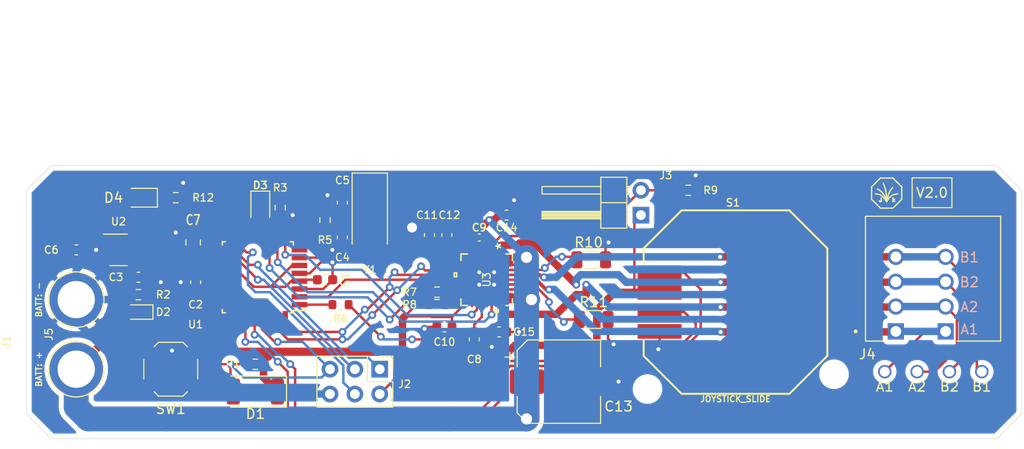
<source format=kicad_pcb>
(kicad_pcb (version 20171130) (host pcbnew 5.1.8-db9833491~88~ubuntu20.04.1)
  (layers (0 F.Cu signal) (31 B.Cu signal) (34 B.Paste user) (35 F.Paste user) (36 B.SilkS user) (37 F.SilkS user) (38 B.Mask user) (39 F.Mask user) (44 Edge.Cuts user))
  (net 0 "")
  (net 1 GND)
  (net 2 +5V)
  (net 3 "Net-(C2-Pad1)")
  (net 4 "Net-(C3-Pad1)")
  (net 5 "Net-(C4-Pad1)")
  (net 6 "Net-(C5-Pad1)")
  (net 7 +15V)
  (net 8 "Net-(C8-Pad1)")
  (net 9 "Net-(C9-Pad2)")
  (net 10 "Net-(C9-Pad1)")
  (net 11 "Net-(C11-Pad1)")
  (net 12 "Net-(C12-Pad2)")
  (net 13 /RESET)
  (net 14 /SCK)
  (net 15 /MISO)
  (net 16 "Net-(J3-Pad2)")
  (net 17 "Net-(D2-Pad1)")
  (net 18 "Net-(D3-Pad1)")
  (net 19 /VREF)
  (net 20 "Net-(R7-Pad2)")
  (net 21 "Net-(R8-Pad2)")
  (net 22 /PDN)
  (net 23 "Net-(R10-Pad2)")
  (net 24 "Net-(R11-Pad2)")
  (net 25 /MS2)
  (net 26 /MS1)
  (net 27 /ENN)
  (net 28 "Net-(U1-Pad26)")
  (net 29 "Net-(U1-Pad25)")
  (net 30 "Net-(U1-Pad24)")
  (net 31 "Net-(U1-Pad23)")
  (net 32 "Net-(U1-Pad22)")
  (net 33 "Net-(U1-Pad19)")
  (net 34 /MOSI)
  (net 35 "Net-(U1-Pad14)")
  (net 36 "Net-(U1-Pad13)")
  (net 37 "Net-(D3-Pad2)")
  (net 38 /INDEX)
  (net 39 /DIR)
  (net 40 /STEP)
  (net 41 /DIAG)
  (net 42 /B1)
  (net 43 "Net-(U3-Pad25)")
  (net 44 /A1)
  (net 45 /A2)
  (net 46 "Net-(U3-Pad20)")
  (net 47 "Net-(U3-Pad7)")
  (net 48 /B2)
  (net 49 "Net-(D4-Pad1)")
  (net 50 "Net-(S1-PadY)")
  (net 51 "Net-(S1-PadX)")
  (module Button_Switch_SMD:SW_SPST_TL3342 (layer F.Cu) (at 32.766 34.798)
    (fp_text reference SW1 (at 0 4.064) (layer F.SilkS))
    (fp_text value SW_Push)
    (pad 2 smd rect (at 3.15 1.9) (size 1.7 1) (layers F.Cu F.Paste F.Mask) (net 13 /RESET))
    (pad 2 smd rect (at -3.15 1.9) (size 1.7 1) (layers F.Cu F.Paste F.Mask) (net 13 /RESET))
    (pad 1 smd rect (at 3.15 -1.9) (size 1.7 1) (layers F.Cu F.Paste F.Mask) (net 1 GND))
    (pad 1 smd rect (at -3.15 -1.9) (size 1.7 1) (layers F.Cu F.Paste F.Mask) (net 1 GND))
  )
  (module Resistor_SMD:R_1206_3216Metric (layer F.Cu) (at 75.946 29.718 180)
    (fp_text reference R11 (at 0 1.778) (layer F.SilkS))
    (fp_text value 0.1)
    (pad 2 smd roundrect (at 1.4625 0 180) (size 1.125 1.75) (layers F.Cu F.Paste F.Mask) (roundrect_rratio 0.2222213333333333) (net 24 "Net-(R11-Pad2)"))
    (pad 1 smd roundrect (at -1.4625 0 180) (size 1.125 1.75) (layers F.Cu F.Paste F.Mask) (roundrect_rratio 0.2222213333333333) (net 1 GND))
  )
  (module Resistor_SMD:R_1206_3216Metric (layer F.Cu) (at 75.692 23.622 180)
    (fp_text reference R10 (at 0.254 1.778) (layer F.SilkS))
    (fp_text value 0.1)
    (pad 2 smd roundrect (at 1.4625 0 180) (size 1.125 1.75) (layers F.Cu F.Paste F.Mask) (roundrect_rratio 0.2222213333333333) (net 23 "Net-(R10-Pad2)"))
    (pad 1 smd roundrect (at -1.4625 0 180) (size 1.125 1.75) (layers F.Cu F.Paste F.Mask) (roundrect_rratio 0.2222213333333333) (net 1 GND))
  )
  (module Capacitor_SMD:CP_Elec_8x10 (layer F.Cu) (at 72.39 36.068)
    (fp_text reference C13 (at 6.096 2.54) (layer F.SilkS))
    (fp_text value "100 uF")
    (pad 2 smd roundrect (at 3.25 0) (size 3.5 2.5) (layers F.Cu F.Paste F.Mask) (roundrect_rratio 0.1) (net 1 GND))
    (pad 1 smd roundrect (at -3.25 0) (size 3.5 2.5) (layers F.Cu F.Paste F.Mask) (roundrect_rratio 0.1) (net 7 +15V))
  )
  (module Capacitor_SMD:C_0402_1005Metric (layer F.Cu) (at 64.262 21.336 180)
    (fp_text reference C9 (at 0 1.016) (layer F.SilkS) (effects (font (size 0.762 0.762))))
    (fp_text value "0.022 uF")
    (pad 2 smd roundrect (at 0.48 0 180) (size 0.56 0.62) (layers F.Cu F.Paste F.Mask) (net 9 "Net-(C9-Pad2)"))
    (pad 1 smd roundrect (at -0.48 0 180) (size 0.56 0.62) (layers F.Cu F.Paste F.Mask) (net 10 "Net-(C9-Pad1)"))
  )
  (module Capacitor_SMD:C_0805_2012Metric (layer F.Cu) (at 35.052 21.844 90)
    (fp_text reference C7 (at 2.286 0) (layer F.SilkS) (effects (font (size 0.9906 0.762))))
    (fp_text value "2.2 uF")
    (pad 2 smd roundrect (at 0.95 0 90) (size 1 1.45) (layers F.Cu F.Paste F.Mask) (net 1 GND))
    (pad 1 smd roundrect (at -0.95 0 90) (size 1 1.45) (layers F.Cu F.Paste F.Mask) (net 2 +5V))
  )
  (module footprints:header (layer F.Cu) (at 100.076 22.606 90)
    (fp_text reference J4 (at -10.668 3.81 180) (layer F.SilkS))
    (fp_text value TBL003-254-04GR-2OR)
    (pad 4_B thru_hole circle (at -0.71 11.8 90) (size 1.65 1.65) (drill 1.1) (layers *.Cu *.Mask) (net 42 /B1))
    (pad 3_B thru_hole circle (at -3.25 11.8 90) (size 1.65 1.65) (drill 1.1) (layers *.Cu *.Mask) (net 48 /B2))
    (pad 3_A thru_hole circle (at -3.25 6.72 90) (size 1.65 1.65) (drill 1.1) (layers *.Cu *.Mask) (net 48 /B2))
    (pad 2_A thru_hole circle (at -5.79 6.72 90) (size 1.65 1.65) (drill 1.1) (layers *.Cu *.Mask) (net 45 /A2))
    (pad 1_A thru_hole rect (at -8.33 6.72 90) (size 1.65 1.65) (drill 1.1) (layers *.Cu *.Mask) (net 44 /A1))
    (pad 1_B thru_hole rect (at -8.33 11.8 90) (size 1.65 1.65) (drill 1.1) (layers *.Cu *.Mask) (net 44 /A1))
    (pad 4_A thru_hole circle (at -0.71 6.72 90) (size 1.65 1.65) (drill 1.1) (layers *.Cu *.Mask) (net 42 /B1))
    (pad 2_B thru_hole circle (at -5.79 11.8 90) (size 1.65 1.65) (drill 1.1) (layers *.Cu *.Mask) (net 45 /A2))
  )
  (module Diode_SMD:D_0805_2012Metric (layer F.Cu) (at 29.718 17.272 180)
    (fp_text reference D4 (at 2.794 0) (layer F.SilkS))
    (fp_text value LED)
    (pad 2 smd roundrect (at 0.9375 0 180) (size 0.975 1.4) (layers F.Cu F.Paste F.Mask) (net 2 +5V))
    (pad 1 smd roundrect (at -0.9375 0 180) (size 0.975 1.4) (layers F.Cu F.Paste F.Mask) (net 49 "Net-(D4-Pad1)"))
  )
  (module Diode_SMD:D_0805_2012Metric (layer F.Cu) (at 41.91 18.288 270)
    (fp_text reference D3 (at -2.286 0 180) (layer F.SilkS) (effects (font (size 0.762 0.762))))
    (fp_text value LED)
    (pad 2 smd roundrect (at 0.9375 0 270) (size 0.975 1.4) (layers F.Cu F.Paste F.Mask) (net 37 "Net-(D3-Pad2)"))
    (pad 1 smd roundrect (at -0.9375 0 270) (size 0.975 1.4) (layers F.Cu F.Paste F.Mask) (net 18 "Net-(D3-Pad1)"))
  )
  (module Diode_SMD:D_2010_5025Metric (layer F.Cu) (at 41.402 37.084 180)
    (fp_text reference D1 (at 0 -2.28) (layer F.SilkS))
    (fp_text value D)
    (pad 2 smd roundrect (at 2.25 0 180) (size 1.35 2.65) (layers F.Cu F.Paste F.Mask) (roundrect_rratio 0.1851844444444445) (net 13 /RESET))
    (pad 1 smd roundrect (at -2.25 0 180) (size 1.35 2.65) (layers F.Cu F.Paste F.Mask) (roundrect_rratio 0.1851844444444445) (net 2 +5V))
  )
  (module Crystal:Crystal_SMD_5032-2Pin_5.0x3.2mm_HandSoldering (layer F.Cu) (at 53.086 19.304 270)
    (fp_text reference Y1 (at 5.334 0 180) (layer F.SilkS) (effects (font (size 0.762 0.762) (thickness 0.127))))
    (fp_text value Crystal)
    (pad 2 smd rect (at 2.6 0 270) (size 3.5 2.4) (layers F.Cu F.Paste F.Mask) (net 5 "Net-(C4-Pad1)"))
    (pad 1 smd rect (at -2.6 0 270) (size 3.5 2.4) (layers F.Cu F.Paste F.Mask) (net 6 "Net-(C5-Pad1)"))
  )
  (module sparkfun_connectors:BANANA_CONN (layer F.Cu) (at 23.114 27.686 270)
    (fp_text reference J5 (at 3.556 2.794 90) (layer F.SilkS) (effects (font (size 0.762 0.762) (thickness 0.127))))
    (fp_text value "BATT: -" (at 0 3.81 90) (layer F.SilkS) (effects (font (size 0.6096 0.6096) (thickness 0.127))))
    (pad 1 thru_hole circle (at 0 0 270) (size 5.461 5.461) (drill 3.81) (layers *.Cu *.Mask) (net 1 GND))
  )
  (module sparkfun_connectors:BANANA_CONN (layer F.Cu) (at 23.114 34.798 270)
    (fp_text reference J1 (at -2.794 7.112 90) (layer F.SilkS) (effects (font (size 0.762 0.762) (thickness 0.127))))
    (fp_text value "BATT: +" (at 0 3.81 90) (layer F.SilkS) (effects (font (size 0.6096 0.6096) (thickness 0.127))))
    (pad 1 thru_hole circle (at 0 0 270) (size 5.461 5.461) (drill 3.81) (layers *.Cu *.Mask) (net 7 +15V))
  )
  (module sparkfun_switches:JOYSTICK-PSP1000 (layer F.Cu) (at 90.424 27.94 90)
    (fp_text reference S1 (at 10.16 -0.254) (layer F.SilkS) (effects (font (size 0.762 0.762) (thickness 0.127))))
    (fp_text value JOYSTICK_SLIDE (at -9.906 0) (layer F.SilkS) (effects (font (size 0.6096 0.6096) (thickness 0.127))))
    (pad "" np_thru_hole circle (at -7.37362 10.0584 90) (size 1.99898 1.99898) (drill 1.99898) (layers *.Cu *.Mask))
    (pad "" np_thru_hole circle (at -8.89 -8.98398 90) (size 1.99898 1.99898) (drill 1.99898) (layers *.Cu *.Mask))
    (pad Y smd rect (at -0.99822 -7.74954 180) (size 4.49834 1.4986) (layers F.Cu F.Paste F.Mask) (net 50 "Net-(S1-PadY)"))
    (pad X smd rect (at 2.99974 -7.74954 180) (size 4.49834 1.4986) (layers F.Cu F.Paste F.Mask) (net 51 "Net-(S1-PadX)"))
    (pad VCC smd rect (at 0.99822 -7.74954 180) (size 4.49834 1.4986) (layers F.Cu F.Paste F.Mask) (net 2 +5V))
    (pad GND smd rect (at -2.99974 -7.74954 180) (size 4.49834 1.4986) (layers F.Cu F.Paste F.Mask) (net 1 GND))
  )
  (module Resistor_SMD:R_0603_1608Metric (layer F.Cu) (at 41.402 34.29 180)
    (fp_text reference R1 (at 2.286 0) (layer F.SilkS) (effects (font (size 0.762 0.762) (thickness 0.127))))
    (fp_text value 10k)
    (pad 2 smd roundrect (at 0.825 0 180) (size 0.8 0.95) (layers F.Cu F.Paste F.Mask) (net 13 /RESET))
    (pad 1 smd roundrect (at -0.825 0 180) (size 0.8 0.95) (layers F.Cu F.Paste F.Mask) (net 2 +5V))
  )
  (module Resistor_SMD:R_0603_1608Metric (layer F.Cu) (at 33.274 17.272 180)
    (fp_text reference R12 (at -2.794 0) (layer F.SilkS) (effects (font (size 0.762 0.762) (thickness 0.127))))
    (fp_text value 510)
    (pad 2 smd roundrect (at 0.825 0 180) (size 0.8 0.95) (layers F.Cu F.Paste F.Mask) (net 49 "Net-(D4-Pad1)"))
    (pad 1 smd roundrect (at -0.825 0 180) (size 0.8 0.95) (layers F.Cu F.Paste F.Mask) (net 1 GND))
  )
  (module Diode_SMD:D_0603_1608Metric (layer F.Cu) (at 29.464 28.956 180)
    (fp_text reference D2 (at -2.54 0) (layer F.SilkS) (effects (font (size 0.762 0.762) (thickness 0.127))))
    (fp_text value LED)
    (pad 2 smd roundrect (at 0.7875 0 180) (size 0.875 0.95) (layers F.Cu F.Paste F.Mask) (net 7 +15V))
    (pad 1 smd roundrect (at -0.7875 0 180) (size 0.875 0.95) (layers F.Cu F.Paste F.Mask) (net 17 "Net-(D2-Pad1)"))
  )
  (module TMC2208:TMC2208-LA (layer F.Cu) (at 65.024 25.654 270)
    (fp_text reference U3 (at 0 0 90) (layer F.SilkS) (effects (font (size 0.762 0.762) (thickness 0.127))))
    (fp_text value TMC2208-LA hide)
    (fp_text user * (at -3.4417 -1.5 90) (layer F.SilkS))
    (fp_text user * (at -3.4417 -1.5 90) (layer F.SilkS))
    (pad 29 smd rect (at 0 0 270) (size 3.0988 3.0988) (layers F.Cu F.Paste F.Mask) (net 1 GND))
    (pad 28 smd rect (at -1.5 -2.3495 270) (size 0.254 0.9144) (layers F.Cu F.Paste F.Mask) (net 7 +15V))
    (pad 27 smd rect (at -1.000001 -2.3495 270) (size 0.254 0.9144) (layers F.Cu F.Paste F.Mask) (net 23 "Net-(R10-Pad2)"))
    (pad 26 smd rect (at -0.499999 -2.3495 270) (size 0.254 0.9144) (layers F.Cu F.Paste F.Mask) (net 42 /B1))
    (pad 25 smd rect (at 0 -2.3495 270) (size 0.254 0.9144) (layers F.Cu F.Paste F.Mask) (net 43 "Net-(U3-Pad25)"))
    (pad 24 smd rect (at 0.499999 -2.3495 270) (size 0.254 0.9144) (layers F.Cu F.Paste F.Mask) (net 44 /A1))
    (pad 23 smd rect (at 1.000001 -2.3495 270) (size 0.254 0.9144) (layers F.Cu F.Paste F.Mask) (net 24 "Net-(R11-Pad2)"))
    (pad 22 smd rect (at 1.5 -2.3495 270) (size 0.254 0.9144) (layers F.Cu F.Paste F.Mask) (net 7 +15V))
    (pad 21 smd rect (at 2.3495 -1.5) (size 0.254 0.9144) (layers F.Cu F.Paste F.Mask) (net 45 /A2))
    (pad 20 smd rect (at 2.3495 -1.000001) (size 0.254 0.9144) (layers F.Cu F.Paste F.Mask) (net 46 "Net-(U3-Pad20)"))
    (pad 19 smd rect (at 2.3495 -0.499999) (size 0.254 0.9144) (layers F.Cu F.Paste F.Mask) (net 39 /DIR))
    (pad 18 smd rect (at 2.3495 0) (size 0.254 0.9144) (layers F.Cu F.Paste F.Mask) (net 1 GND))
    (pad 17 smd rect (at 2.3495 0.499999) (size 0.254 0.9144) (layers F.Cu F.Paste F.Mask) (net 8 "Net-(C8-Pad1)"))
    (pad 16 smd rect (at 2.3495 1.000001) (size 0.254 0.9144) (layers F.Cu F.Paste F.Mask) (net 40 /STEP))
    (pad 15 smd rect (at 2.3495 1.5) (size 0.254 0.9144) (layers F.Cu F.Paste F.Mask) (net 2 +5V))
    (pad 14 smd rect (at 1.5 2.3495 270) (size 0.254 0.9144) (layers F.Cu F.Paste F.Mask) (net 22 /PDN))
    (pad 13 smd rect (at 1.000001 2.3495 270) (size 0.254 0.9144) (layers F.Cu F.Paste F.Mask) (net 20 "Net-(R7-Pad2)"))
    (pad 12 smd rect (at 0.499999 2.3495 270) (size 0.254 0.9144) (layers F.Cu F.Paste F.Mask) (net 38 /INDEX))
    (pad 11 smd rect (at 0 2.3495 270) (size 0.254 0.9144) (layers F.Cu F.Paste F.Mask) (net 41 /DIAG))
    (pad 10 smd rect (at -0.499999 2.3495 270) (size 0.254 0.9144) (layers F.Cu F.Paste F.Mask) (net 25 /MS2))
    (pad 9 smd rect (at -1.000001 2.3495 270) (size 0.254 0.9144) (layers F.Cu F.Paste F.Mask) (net 26 /MS1))
    (pad 8 smd rect (at -1.5 2.3495 270) (size 0.254 0.9144) (layers F.Cu F.Paste F.Mask) (net 11 "Net-(C11-Pad1)"))
    (pad 7 smd rect (at -2.3495 1.5) (size 0.254 0.9144) (layers F.Cu F.Paste F.Mask) (net 47 "Net-(U3-Pad7)"))
    (pad 6 smd rect (at -2.3495 1.000001) (size 0.254 0.9144) (layers F.Cu F.Paste F.Mask) (net 12 "Net-(C12-Pad2)"))
    (pad 5 smd rect (at -2.3495 0.499999) (size 0.254 0.9144) (layers F.Cu F.Paste F.Mask) (net 9 "Net-(C9-Pad2)"))
    (pad 4 smd rect (at -2.3495 0) (size 0.254 0.9144) (layers F.Cu F.Paste F.Mask) (net 10 "Net-(C9-Pad1)"))
    (pad 3 smd rect (at -2.3495 -0.499999) (size 0.254 0.9144) (layers F.Cu F.Paste F.Mask) (net 1 GND))
    (pad 2 smd rect (at -2.3495 -1.000001) (size 0.254 0.9144) (layers F.Cu F.Paste F.Mask) (net 16 "Net-(J3-Pad2)"))
    (pad 1 smd rect (at -2.3495 -1.5) (size 0.254 0.9144) (layers F.Cu F.Paste F.Mask) (net 48 /B2))
  )
  (module Package_TO_SOT_SMD:SOT-23-5 (layer F.Cu) (at 27.432 22.606)
    (fp_text reference U2 (at 0 -2.9) (layer F.SilkS) (effects (font (size 0.762 0.762) (thickness 0.127))))
    (fp_text value LP2985-5.0)
    (pad 5 smd rect (at 1.1 -0.95) (size 1.06 0.65) (layers F.Cu F.Paste F.Mask) (net 2 +5V))
    (pad 4 smd rect (at 1.1 0.95) (size 1.06 0.65) (layers F.Cu F.Paste F.Mask) (net 4 "Net-(C3-Pad1)"))
    (pad 3 smd rect (at -1.1 0.95) (size 1.06 0.65) (layers F.Cu F.Paste F.Mask) (net 7 +15V))
    (pad 2 smd rect (at -1.1 0) (size 1.06 0.65) (layers F.Cu F.Paste F.Mask) (net 1 GND))
    (pad 1 smd rect (at -1.1 -0.95) (size 1.06 0.65) (layers F.Cu F.Paste F.Mask) (net 7 +15V))
  )
  (module Package_QFP:TQFP-32_7x7mm_P0.8mm (layer F.Cu) (at 41.656 25.4 180)
    (fp_text reference U1 (at 6.35 -4.826) (layer F.SilkS) (effects (font (size 0.762 0.762) (thickness 0.127))))
    (fp_text value ATmega328P-AU)
    (pad 32 smd rect (at -2.8 -4.25 270) (size 1.6 0.55) (layers F.Cu F.Paste F.Mask) (net 25 /MS2))
    (pad 31 smd rect (at -2 -4.25 270) (size 1.6 0.55) (layers F.Cu F.Paste F.Mask) (net 26 /MS1))
    (pad 30 smd rect (at -1.2 -4.25 270) (size 1.6 0.55) (layers F.Cu F.Paste F.Mask) (net 27 /ENN))
    (pad 29 smd rect (at -0.4 -4.25 270) (size 1.6 0.55) (layers F.Cu F.Paste F.Mask) (net 13 /RESET))
    (pad 28 smd rect (at 0.4 -4.25 270) (size 1.6 0.55) (layers F.Cu F.Paste F.Mask) (net 50 "Net-(S1-PadY)"))
    (pad 27 smd rect (at 1.2 -4.25 270) (size 1.6 0.55) (layers F.Cu F.Paste F.Mask) (net 51 "Net-(S1-PadX)"))
    (pad 26 smd rect (at 2 -4.25 270) (size 1.6 0.55) (layers F.Cu F.Paste F.Mask) (net 28 "Net-(U1-Pad26)"))
    (pad 25 smd rect (at 2.8 -4.25 270) (size 1.6 0.55) (layers F.Cu F.Paste F.Mask) (net 29 "Net-(U1-Pad25)"))
    (pad 24 smd rect (at 4.25 -2.8 180) (size 1.6 0.55) (layers F.Cu F.Paste F.Mask) (net 30 "Net-(U1-Pad24)"))
    (pad 23 smd rect (at 4.25 -2 180) (size 1.6 0.55) (layers F.Cu F.Paste F.Mask) (net 31 "Net-(U1-Pad23)"))
    (pad 22 smd rect (at 4.25 -1.2 180) (size 1.6 0.55) (layers F.Cu F.Paste F.Mask) (net 32 "Net-(U1-Pad22)"))
    (pad 21 smd rect (at 4.25 -0.4 180) (size 1.6 0.55) (layers F.Cu F.Paste F.Mask) (net 1 GND))
    (pad 20 smd rect (at 4.25 0.4 180) (size 1.6 0.55) (layers F.Cu F.Paste F.Mask) (net 3 "Net-(C2-Pad1)"))
    (pad 19 smd rect (at 4.25 1.2 180) (size 1.6 0.55) (layers F.Cu F.Paste F.Mask) (net 33 "Net-(U1-Pad19)"))
    (pad 18 smd rect (at 4.25 2 180) (size 1.6 0.55) (layers F.Cu F.Paste F.Mask) (net 2 +5V))
    (pad 17 smd rect (at 4.25 2.8 180) (size 1.6 0.55) (layers F.Cu F.Paste F.Mask) (net 14 /SCK))
    (pad 16 smd rect (at 2.8 4.25 270) (size 1.6 0.55) (layers F.Cu F.Paste F.Mask) (net 15 /MISO))
    (pad 15 smd rect (at 2 4.25 270) (size 1.6 0.55) (layers F.Cu F.Paste F.Mask) (net 34 /MOSI))
    (pad 14 smd rect (at 1.2 4.25 270) (size 1.6 0.55) (layers F.Cu F.Paste F.Mask) (net 35 "Net-(U1-Pad14)"))
    (pad 13 smd rect (at 0.4 4.25 270) (size 1.6 0.55) (layers F.Cu F.Paste F.Mask) (net 36 "Net-(U1-Pad13)"))
    (pad 12 smd rect (at -0.4 4.25 270) (size 1.6 0.55) (layers F.Cu F.Paste F.Mask) (net 37 "Net-(D3-Pad2)"))
    (pad 11 smd rect (at -1.2 4.25 270) (size 1.6 0.55) (layers F.Cu F.Paste F.Mask) (net 38 /INDEX))
    (pad 10 smd rect (at -2 4.25 270) (size 1.6 0.55) (layers F.Cu F.Paste F.Mask) (net 39 /DIR))
    (pad 9 smd rect (at -2.8 4.25 270) (size 1.6 0.55) (layers F.Cu F.Paste F.Mask) (net 40 /STEP))
    (pad 8 smd rect (at -4.25 2.8 180) (size 1.6 0.55) (layers F.Cu F.Paste F.Mask) (net 6 "Net-(C5-Pad1)"))
    (pad 7 smd rect (at -4.25 2 180) (size 1.6 0.55) (layers F.Cu F.Paste F.Mask) (net 5 "Net-(C4-Pad1)"))
    (pad 6 smd rect (at -4.25 1.2 180) (size 1.6 0.55) (layers F.Cu F.Paste F.Mask) (net 2 +5V))
    (pad 5 smd rect (at -4.25 0.4 180) (size 1.6 0.55) (layers F.Cu F.Paste F.Mask) (net 1 GND))
    (pad 4 smd rect (at -4.25 -0.4 180) (size 1.6 0.55) (layers F.Cu F.Paste F.Mask) (net 2 +5V))
    (pad 3 smd rect (at -4.25 -1.2 180) (size 1.6 0.55) (layers F.Cu F.Paste F.Mask) (net 1 GND))
    (pad 2 smd rect (at -4.25 -2 180) (size 1.6 0.55) (layers F.Cu F.Paste F.Mask) (net 41 /DIAG))
    (pad 1 smd rect (at -4.25 -2.8 180) (size 1.6 0.55) (layers F.Cu F.Paste F.Mask) (net 19 /VREF))
  )
  (module Resistor_SMD:R_0603_1608Metric (layer F.Cu) (at 85.598 16.51)
    (fp_text reference R9 (at 2.286 0) (layer F.SilkS) (effects (font (size 0.762 0.762) (thickness 0.127))))
    (fp_text value 100k)
    (pad 2 smd roundrect (at 0.825 0) (size 0.8 0.95) (layers F.Cu F.Paste F.Mask) (net 1 GND))
    (pad 1 smd roundrect (at -0.825 0) (size 0.8 0.95) (layers F.Cu F.Paste F.Mask) (net 16 "Net-(J3-Pad2)"))
  )
  (module Resistor_SMD:R_0603_1608Metric (layer F.Cu) (at 59.944 28.194 180)
    (fp_text reference R8 (at 2.794 0) (layer F.SilkS) (effects (font (size 0.762 0.762) (thickness 0.127))))
    (fp_text value 100k)
    (pad 2 smd roundrect (at 0.825 0 180) (size 0.8 0.95) (layers F.Cu F.Paste F.Mask) (net 21 "Net-(R8-Pad2)"))
    (pad 1 smd roundrect (at -0.825 0 180) (size 0.8 0.95) (layers F.Cu F.Paste F.Mask) (net 22 /PDN))
  )
  (module Resistor_SMD:R_0603_1608Metric (layer F.Cu) (at 59.944 26.924)
    (fp_text reference R7 (at -2.794 0) (layer F.SilkS) (effects (font (size 0.762 0.762) (thickness 0.127))))
    (fp_text value 10k)
    (pad 2 smd roundrect (at 0.825 0) (size 0.8 0.95) (layers F.Cu F.Paste F.Mask) (net 20 "Net-(R7-Pad2)"))
    (pad 1 smd roundrect (at -0.825 0) (size 0.8 0.95) (layers F.Cu F.Paste F.Mask) (net 2 +5V))
  )
  (module Resistor_SMD:R_0603_1608Metric (layer F.Cu) (at 50.101 28.194 180)
    (fp_text reference R6 (at 0 -1.43) (layer F.SilkS) (effects (font (size 0.762 0.762) (thickness 0.127))))
    (fp_text value 1.2k)
    (pad 2 smd roundrect (at 0.825 0 180) (size 0.8 0.95) (layers F.Cu F.Paste F.Mask) (net 19 /VREF))
    (pad 1 smd roundrect (at -0.825 0 180) (size 0.8 0.95) (layers F.Cu F.Paste F.Mask) (net 8 "Net-(C8-Pad1)"))
  )
  (module Resistor_SMD:R_0603_1608Metric (layer F.Cu) (at 48.514 19.558 90)
    (fp_text reference R5 (at -2.032 0 180) (layer F.SilkS) (effects (font (size 0.762 0.762) (thickness 0.127))))
    (fp_text value 1M)
    (pad 2 smd roundrect (at 0.825 0 90) (size 0.8 0.95) (layers F.Cu F.Paste F.Mask) (net 6 "Net-(C5-Pad1)"))
    (pad 1 smd roundrect (at -0.825 0 90) (size 0.8 0.95) (layers F.Cu F.Paste F.Mask) (net 5 "Net-(C4-Pad1)"))
  )
  (module Resistor_SMD:R_0603_1608Metric (layer F.Cu) (at 43.942 18.288 90)
    (fp_text reference R3 (at 2.032 0 180) (layer F.SilkS) (effects (font (size 0.762 0.762) (thickness 0.127))))
    (fp_text value 510)
    (pad 2 smd roundrect (at 0.825 0 90) (size 0.8 0.95) (layers F.Cu F.Paste F.Mask) (net 18 "Net-(D3-Pad1)"))
    (pad 1 smd roundrect (at -0.825 0 90) (size 0.8 0.95) (layers F.Cu F.Paste F.Mask) (net 1 GND))
  )
  (module Resistor_SMD:R_0603_1608Metric (layer F.Cu) (at 29.464 27.178)
    (fp_text reference R2 (at 2.54 0) (layer F.SilkS) (effects (font (size 0.762 0.762) (thickness 0.127))))
    (fp_text value 1.2k)
    (pad 2 smd roundrect (at 0.825 0) (size 0.8 0.95) (layers F.Cu F.Paste F.Mask) (net 17 "Net-(D2-Pad1)"))
    (pad 1 smd roundrect (at -0.825 0) (size 0.8 0.95) (layers F.Cu F.Paste F.Mask) (net 1 GND))
  )
  (module Connector_PinHeader_2.54mm:PinHeader_1x02_P2.54mm_Horizontal (layer F.Cu) (at 80.772 19.05 180)
    (fp_text reference J3 (at -2.54 4.064) (layer F.SilkS) (effects (font (size 0.762 0.762) (thickness 0.127))))
    (fp_text value "Enable Jumper")
    (pad 2 thru_hole oval (at 0 2.54 180) (size 1.7 1.7) (drill 1) (layers *.Cu *.Mask) (net 16 "Net-(J3-Pad2)"))
    (pad 1 thru_hole rect (at 0 0 180) (size 1.7 1.7) (drill 1) (layers *.Cu *.Mask) (net 2 +5V))
  )
  (module Connector_PinHeader_2.54mm:PinHeader_2x03_P2.54mm_Vertical (layer F.Cu) (at 54.102 34.798 270)
    (fp_text reference J2 (at 1.524 -2.54 180) (layer F.SilkS) (effects (font (size 0.762 0.762) (thickness 0.127))))
    (fp_text value Conn_02x03_Odd_Even)
    (pad 6 thru_hole oval (at 2.54 5.08 270) (size 1.7 1.7) (drill 1) (layers *.Cu *.Mask) (net 1 GND))
    (pad 5 thru_hole oval (at 0 5.08 270) (size 1.7 1.7) (drill 1) (layers *.Cu *.Mask) (net 13 /RESET))
    (pad 4 thru_hole oval (at 2.54 2.54 270) (size 1.7 1.7) (drill 1) (layers *.Cu *.Mask) (net 34 /MOSI))
    (pad 3 thru_hole oval (at 0 2.54 270) (size 1.7 1.7) (drill 1) (layers *.Cu *.Mask) (net 14 /SCK))
    (pad 2 thru_hole oval (at 2.54 0 270) (size 1.7 1.7) (drill 1) (layers *.Cu *.Mask) (net 2 +5V))
    (pad 1 thru_hole rect (at 0 0 270) (size 1.7 1.7) (drill 1) (layers *.Cu *.Mask) (net 15 /MISO))
  )
  (module Capacitor_SMD:C_0603_1608Metric (layer F.Cu) (at 66.294 30.988 180)
    (fp_text reference C15 (at -2.54 0) (layer F.SilkS) (effects (font (size 0.762 0.762) (thickness 0.127))))
    (fp_text value "0.1 uF")
    (pad 2 smd roundrect (at 0.775 0 180) (size 0.9 0.95) (layers F.Cu F.Paste F.Mask) (net 1 GND))
    (pad 1 smd roundrect (at -0.775 0 180) (size 0.9 0.95) (layers F.Cu F.Paste F.Mask) (net 7 +15V))
  )
  (module Capacitor_SMD:C_0603_1608Metric (layer F.Cu) (at 67.056 19.05)
    (fp_text reference C14 (at 0 1.27) (layer F.SilkS) (effects (font (size 0.762 0.762) (thickness 0.127))))
    (fp_text value "0.1 uF")
    (pad 2 smd roundrect (at 0.775 0) (size 0.9 0.95) (layers F.Cu F.Paste F.Mask) (net 1 GND))
    (pad 1 smd roundrect (at -0.775 0) (size 0.9 0.95) (layers F.Cu F.Paste F.Mask) (net 7 +15V))
  )
  (module Capacitor_SMD:C_0603_1608Metric (layer F.Cu) (at 60.96 21.082 270)
    (fp_text reference C12 (at -2.032 -0.254 180) (layer F.SilkS) (effects (font (size 0.762 0.762) (thickness 0.127))))
    (fp_text value "0.1 uF")
    (pad 2 smd roundrect (at 0.775 0 270) (size 0.9 0.95) (layers F.Cu F.Paste F.Mask) (net 12 "Net-(C12-Pad2)"))
    (pad 1 smd roundrect (at -0.775 0 270) (size 0.9 0.95) (layers F.Cu F.Paste F.Mask) (net 7 +15V))
  )
  (module Capacitor_SMD:C_0603_1608Metric (layer F.Cu) (at 59.182 21.082 90)
    (fp_text reference C11 (at 2.032 -0.254 180) (layer F.SilkS) (effects (font (size 0.762 0.762) (thickness 0.127))))
    (fp_text value "0.22 uF")
    (pad 2 smd roundrect (at 0.775 0 90) (size 0.9 0.95) (layers F.Cu F.Paste F.Mask) (net 1 GND))
    (pad 1 smd roundrect (at -0.775 0 90) (size 0.9 0.95) (layers F.Cu F.Paste F.Mask) (net 11 "Net-(C11-Pad1)"))
  )
  (module Capacitor_SMD:C_0603_1608Metric (layer F.Cu) (at 60.706 30.48 180)
    (fp_text reference C10 (at 0 -1.524) (layer F.SilkS) (effects (font (size 0.762 0.762) (thickness 0.127))))
    (fp_text value "0.1 Uf")
    (pad 2 smd roundrect (at 0.775 0 180) (size 0.9 0.95) (layers F.Cu F.Paste F.Mask) (net 1 GND))
    (pad 1 smd roundrect (at -0.775 0 180) (size 0.9 0.95) (layers F.Cu F.Paste F.Mask) (net 2 +5V))
  )
  (module Capacitor_SMD:C_0603_1608Metric (layer F.Cu) (at 63.754 31.75 270)
    (fp_text reference C8 (at 2.032 0 180) (layer F.SilkS) (effects (font (size 0.762 0.762) (thickness 0.127))))
    (fp_text value "0.1 uF")
    (pad 2 smd roundrect (at 0.775 0 270) (size 0.9 0.95) (layers F.Cu F.Paste F.Mask) (net 1 GND))
    (pad 1 smd roundrect (at -0.775 0 270) (size 0.9 0.95) (layers F.Cu F.Paste F.Mask) (net 8 "Net-(C8-Pad1)"))
  )
  (module Capacitor_SMD:C_0603_1608Metric (layer F.Cu) (at 23.114 22.606)
    (fp_text reference C6 (at -2.54 0) (layer F.SilkS) (effects (font (size 0.762 0.762) (thickness 0.127))))
    (fp_text value 1uF)
    (pad 2 smd roundrect (at 0.775 0) (size 0.9 0.95) (layers F.Cu F.Paste F.Mask) (net 1 GND))
    (pad 1 smd roundrect (at -0.775 0) (size 0.9 0.95) (layers F.Cu F.Paste F.Mask) (net 7 +15V))
  )
  (module Capacitor_SMD:C_0603_1608Metric (layer F.Cu) (at 50.292 17.78 90)
    (fp_text reference C5 (at 2.286 0 180) (layer F.SilkS) (effects (font (size 0.762 0.762) (thickness 0.127))))
    (fp_text value 22pF)
    (pad 2 smd roundrect (at 0.775 0 90) (size 0.9 0.95) (layers F.Cu F.Paste F.Mask) (net 1 GND))
    (pad 1 smd roundrect (at -0.775 0 90) (size 0.9 0.95) (layers F.Cu F.Paste F.Mask) (net 6 "Net-(C5-Pad1)"))
  )
  (module Capacitor_SMD:C_0603_1608Metric (layer F.Cu) (at 50.292 21.336 270)
    (fp_text reference C4 (at 2.032 0) (layer F.SilkS) (effects (font (size 0.762 0.762) (thickness 0.127))))
    (fp_text value 22pF)
    (pad 2 smd roundrect (at 0.775 0 270) (size 0.9 0.95) (layers F.Cu F.Paste F.Mask) (net 1 GND))
    (pad 1 smd roundrect (at -0.775 0 270) (size 0.9 0.95) (layers F.Cu F.Paste F.Mask) (net 5 "Net-(C4-Pad1)"))
  )
  (module Capacitor_SMD:C_0603_1608Metric (layer F.Cu) (at 29.464 25.4)
    (fp_text reference C3 (at -2.286 0) (layer F.SilkS) (effects (font (size 0.762 0.762) (thickness 0.127))))
    (fp_text value "10 nF")
    (pad 2 smd roundrect (at 0.775 0) (size 0.9 0.95) (layers F.Cu F.Paste F.Mask) (net 1 GND))
    (pad 1 smd roundrect (at -0.775 0) (size 0.9 0.95) (layers F.Cu F.Paste F.Mask) (net 4 "Net-(C3-Pad1)"))
  )
  (module Capacitor_SMD:C_0603_1608Metric (layer F.Cu) (at 35.306 25.908 270)
    (fp_text reference C2 (at 2.286 0 180) (layer F.SilkS) (effects (font (size 0.762 0.762) (thickness 0.127))))
    (fp_text value 0.1uF)
    (pad 2 smd roundrect (at 0.775 0 270) (size 0.9 0.95) (layers F.Cu F.Paste F.Mask) (net 1 GND))
    (pad 1 smd roundrect (at -0.775 0 270) (size 0.9 0.95) (layers F.Cu F.Paste F.Mask) (net 3 "Net-(C2-Pad1)"))
  )
  (module Capacitor_SMD:C_0603_1608Metric (layer F.Cu) (at 48.514 25.654)
    (fp_text reference C1 (at 2.032 0 -90) (layer F.SilkS) (effects (font (size 0.762 0.762) (thickness 0.127))))
    (fp_text value "100 nF")
    (pad 2 smd roundrect (at 0.775 0) (size 0.9 0.95) (layers F.Cu F.Paste F.Mask) (net 1 GND))
    (pad 1 smd roundrect (at -0.775 0) (size 0.9 0.95) (layers F.Cu F.Paste F.Mask) (net 2 +5V))
  )
  (gr_line (start 108.458 18.288) (end 108.458 15.24) (layer F.SilkS) (width 0.12))
  (gr_line (start 112.522 18.288) (end 108.458 18.288) (layer F.SilkS) (width 0.12))
  (gr_line (start 112.522 15.24) (end 112.522 18.288) (layer F.SilkS) (width 0.12))
  (gr_line (start 108.458 15.24) (end 112.522 15.24) (layer F.SilkS) (width 0.12))
  (gr_line (start 106.682281 17.666825) (end 106.566904 17.501204) (layer F.SilkS) (width 0.135))
  (gr_curve (pts (xy 106.08063 17.336255) (xy 105.999548 17.439279) (xy 105.932251 17.550212) (xy 105.864952 17.661143)) (layer F.SilkS) (width 0.135))
  (gr_curve (pts (xy 106.395982 17.047608) (xy 106.274977 17.11987) (xy 106.16952 17.22331) (xy 106.08063 17.336255)) (layer F.SilkS) (width 0.135))
  (gr_curve (pts (xy 106.998879 16.863524) (xy 106.786645 16.90229) (xy 106.574409 16.941056) (xy 106.395982 17.047608)) (layer F.SilkS) (width 0.135))
  (gr_curve (pts (xy 105.970403 17.174191) (xy 105.928353 17.335934) (xy 105.897811 17.499425) (xy 105.867268 17.662919)) (layer F.SilkS) (width 0.135))
  (gr_curve (pts (xy 106.14985 16.688929) (xy 106.069864 16.840998) (xy 106.01396 17.006656) (xy 105.970403 17.174191)) (layer F.SilkS) (width 0.135))
  (gr_curve (pts (xy 106.480363 16.210535) (xy 106.360053 16.364279) (xy 106.239743 16.518022) (xy 106.14985 16.688929)) (layer F.SilkS) (width 0.135))
  (gr_curve (pts (xy 105.716255 16.355129) (xy 105.660454 16.158718) (xy 105.587107 15.967967) (xy 105.513763 15.777215)) (layer F.SilkS) (width 0.135))
  (gr_curve (pts (xy 105.832582 16.979821) (xy 105.81317 16.768844) (xy 105.774158 16.558939) (xy 105.716255 16.355129)) (layer F.SilkS) (width 0.135))
  (gr_curve (pts (xy 105.850072 17.658168) (xy 105.851692 17.431647) (xy 105.853312 17.205123) (xy 105.832582 16.979821)) (layer F.SilkS) (width 0.135))
  (gr_curve (pts (xy 105.660574 17.141677) (xy 105.738927 17.308814) (xy 105.7945 17.483492) (xy 105.850072 17.658168)) (layer F.SilkS) (width 0.135))
  (gr_curve (pts (xy 105.365492 16.702759) (xy 105.488871 16.827294) (xy 105.585249 16.981001) (xy 105.660574 17.141677)) (layer F.SilkS) (width 0.135))
  (gr_curve (pts (xy 104.918524 16.37543) (xy 105.077389 16.473869) (xy 105.236254 16.57231) (xy 105.365492 16.702759)) (layer F.SilkS) (width 0.135))
  (gr_curve (pts (xy 105.523768 17.244736) (xy 105.644661 17.376606) (xy 105.745603 17.519555) (xy 105.846544 17.662505)) (layer F.SilkS) (width 0.135))
  (gr_curve (pts (xy 105.154904 16.961711) (xy 105.295361 17.021061) (xy 105.417301 17.128602) (xy 105.523768 17.244736)) (layer F.SilkS) (width 0.135))
  (gr_curve (pts (xy 104.714332 16.879634) (xy 104.866924 16.892069) (xy 105.019516 16.904503) (xy 105.154904 16.961711)) (layer F.SilkS) (width 0.135))
  (gr_line (start 106.502209 17.565371) (end 106.666261 17.401845) (layer F.SilkS) (width 0.135))
  (gr_line (start 106.502209 17.292678) (end 106.502212 17.666825) (layer F.SilkS) (width 0.135))
  (gr_line (start 105.126448 17.592407) (end 105.125026 17.583497) (layer F.SilkS) (width 0.135))
  (gr_line (start 105.12877 17.600867) (end 105.126448 17.592407) (layer F.SilkS) (width 0.135))
  (gr_line (start 105.131839 17.609105) (end 105.12877 17.600867) (layer F.SilkS) (width 0.135))
  (gr_line (start 105.135808 17.61689) (end 105.131839 17.609105) (layer F.SilkS) (width 0.135))
  (gr_line (start 105.140524 17.624228) (end 105.135808 17.61689) (layer F.SilkS) (width 0.135))
  (gr_line (start 105.145765 17.630969) (end 105.140524 17.624228) (layer F.SilkS) (width 0.135))
  (gr_line (start 105.151531 17.637182) (end 105.145765 17.630969) (layer F.SilkS) (width 0.135))
  (gr_line (start 105.157822 17.642799) (end 105.151531 17.637182) (layer F.SilkS) (width 0.135))
  (gr_line (start 105.164635 17.647739) (end 105.157822 17.642799) (layer F.SilkS) (width 0.135))
  (gr_line (start 105.171898 17.65208) (end 105.164635 17.647739) (layer F.SilkS) (width 0.135))
  (gr_line (start 105.179533 17.655752) (end 105.171898 17.65208) (layer F.SilkS) (width 0.135))
  (gr_line (start 105.187621 17.658818) (end 105.179533 17.655752) (layer F.SilkS) (width 0.135))
  (gr_line (start 105.196006 17.661152) (end 105.187621 17.658818) (layer F.SilkS) (width 0.135))
  (gr_line (start 105.204541 17.662484) (end 105.196006 17.661152) (layer F.SilkS) (width 0.135))
  (gr_line (start 105.213301 17.663084) (end 105.204541 17.662484) (layer F.SilkS) (width 0.135))
  (gr_line (start 105.222286 17.662718) (end 105.213301 17.663084) (layer F.SilkS) (width 0.135))
  (gr_line (start 105.222286 17.662718) (end 105.222286 17.662718) (layer F.SilkS) (width 0.135))
  (gr_line (start 105.231196 17.661518) (end 105.222286 17.662718) (layer F.SilkS) (width 0.135))
  (gr_line (start 105.239734 17.659484) (end 105.231196 17.661518) (layer F.SilkS) (width 0.135))
  (gr_line (start 105.247969 17.656718) (end 105.239734 17.659484) (layer F.SilkS) (width 0.135))
  (gr_line (start 105.255907 17.653124) (end 105.247969 17.656718) (layer F.SilkS) (width 0.135))
  (gr_line (start 105.263467 17.648856) (end 105.255907 17.653124) (layer F.SilkS) (width 0.135))
  (gr_line (start 105.27043 17.643914) (end 105.263467 17.648856) (layer F.SilkS) (width 0.135))
  (gr_line (start 105.276946 17.638524) (end 105.27043 17.643914) (layer F.SilkS) (width 0.135))
  (gr_line (start 105.282859 17.632457) (end 105.276946 17.638524) (layer F.SilkS) (width 0.135))
  (gr_line (start 105.288175 17.625869) (end 105.282859 17.632457) (layer F.SilkS) (width 0.135))
  (gr_line (start 105.292894 17.618753) (end 105.288175 17.625869) (layer F.SilkS) (width 0.135))
  (gr_line (start 105.296863 17.611193) (end 105.292894 17.618753) (layer F.SilkS) (width 0.135))
  (gr_line (start 105.300154 17.60318) (end 105.296863 17.611193) (layer F.SilkS) (width 0.135))
  (gr_line (start 105.302776 17.594798) (end 105.300154 17.60318) (layer F.SilkS) (width 0.135))
  (gr_line (start 105.304498 17.58626) (end 105.302776 17.594798) (layer F.SilkS) (width 0.135))
  (gr_line (start 105.305473 17.5775) (end 105.304498 17.58626) (layer F.SilkS) (width 0.135))
  (gr_line (start 105.305605 17.568515) (end 105.305473 17.5775) (layer F.SilkS) (width 0.135))
  (gr_line (start 105.305605 17.568515) (end 105.305605 17.568515) (layer F.SilkS) (width 0.135))
  (gr_line (start 105.305602 17.292156) (end 105.305605 17.568515) (layer F.SilkS) (width 0.135))
  (gr_line (start 105.30562 17.292161) (end 105.305602 17.292156) (layer F.SilkS) (width 0.135))
  (gr_line (start 104.317411 16.159325) (end 104.317411 17.434169) (layer F.SilkS) (width 0.135))
  (gr_line (start 105.218863 15.257876) (end 104.317411 16.159325) (layer F.SilkS) (width 0.135))
  (gr_line (start 106.493704 15.257876) (end 105.218863 15.257876) (layer F.SilkS) (width 0.135))
  (gr_line (start 107.395156 16.159325) (end 106.493704 15.257876) (layer F.SilkS) (width 0.135))
  (gr_line (start 107.395156 17.434169) (end 107.395156 16.159325) (layer F.SilkS) (width 0.135))
  (gr_line (start 106.493704 18.335618) (end 107.395156 17.434169) (layer F.SilkS) (width 0.135))
  (gr_line (start 105.218863 18.335618) (end 106.493704 18.335618) (layer F.SilkS) (width 0.135))
  (gr_line (start 104.317411 17.434169) (end 105.218863 18.335618) (layer F.SilkS) (width 0.135))
  (gr_text V2.0 (at 110.49 16.764) (layer F.SilkS) (effects (font (size 1 1))))
  (gr_text A1 (at 114.3 30.734) (layer B.SilkS) (effects (font (size 1 1))))
  (gr_text A2 (at 114.3 28.448) (layer B.SilkS) (effects (font (size 1 1))))
  (gr_text B2 (at 114.3 25.908) (layer B.SilkS) (effects (font (size 1 1))))
  (gr_text B1 (at 114.3 23.368) (layer B.SilkS) (effects (font (size 1 1))))
  (gr_text B1 (at 115.57 36.576) (layer F.SilkS) (effects (font (size 1 1))))
  (gr_text B2 (at 112.268 36.576) (layer F.SilkS) (effects (font (size 1 1))))
  (gr_text A2 (at 108.966 36.576) (layer F.SilkS) (effects (font (size 1 1))))
  (gr_text A1 (at 105.664 36.576) (layer F.SilkS) (effects (font (size 1 1))))
  (gr_line (start 18.034 39.37) (end 18.034 16.51) (layer Edge.Cuts) (width 0.05))
  (gr_line (start 20.574 41.91) (end 18.034 39.37) (layer Edge.Cuts) (width 0.05))
  (gr_line (start 117.094 41.91) (end 20.574 41.91) (layer Edge.Cuts) (width 0.05))
  (gr_line (start 119.634 39.37) (end 117.094 41.91) (layer Edge.Cuts) (width 0.05))
  (gr_line (start 119.634 16.51) (end 119.634 39.37) (layer Edge.Cuts) (width 0.05))
  (gr_line (start 117.094 13.97) (end 119.634 16.51) (layer Edge.Cuts) (width 0.05))
  (gr_line (start 20.574 13.97) (end 117.094 13.97) (layer Edge.Cuts) (width 0.05))
  (gr_line (start 18.034 16.51) (end 20.574 13.97) (layer Edge.Cuts) (width 0.05))
  (via (at 64.262 26.162) (size 0.8) (drill 0.4) (layers F.Cu B.Cu) (net 1))
  (via (at 65.786 26.162) (size 0.8) (drill 0.4) (layers F.Cu B.Cu) (net 1))
  (via (at 65.786 24.892) (size 0.8) (drill 0.4) (layers F.Cu B.Cu) (net 1))
  (via (at 64.262 24.892) (size 0.8) (drill 0.4) (layers F.Cu B.Cu) (net 1))
  (via (at 25.146 22.606) (size 0.8) (drill 0.4) (layers F.Cu B.Cu) (net 1))
  (segment (start 23.889 22.606) (end 25.146 22.606) (width 0.762) (layer F.Cu) (net 1))
  (via (at 25.146 22.606) (size 0.8) (drill 0.4) (layers F.Cu B.Cu) (net 1))
  (segment (start 25.146 22.606) (end 25.921514 22.606) (width 0.762) (layer F.Cu) (net 1))
  (segment (start 28.639 27) (end 30.239 25.4) (width 0.25) (layer F.Cu) (net 1))
  (segment (start 28.639 27.178) (end 28.639 27) (width 0.25) (layer F.Cu) (net 1))
  (segment (start 30.239 25.4) (end 31.242 25.4) (width 0.25) (layer F.Cu) (net 1))
  (via (at 31.75 25.908) (size 0.8) (drill 0.4) (layers F.Cu B.Cu) (net 1))
  (segment (start 31.242 25.4) (end 31.75 25.908) (width 0.25) (layer F.Cu) (net 1))
  (segment (start 35.306 26.683) (end 34.557 26.683) (width 0.25) (layer F.Cu) (net 1))
  (via (at 33.786653 25.903347) (size 0.8) (drill 0.4) (layers F.Cu B.Cu) (net 1))
  (segment (start 33.786653 25.912653) (end 33.786653 25.903347) (width 0.25) (layer F.Cu) (net 1))
  (segment (start 34.557 26.683) (end 33.786653 25.912653) (width 0.25) (layer F.Cu) (net 1))
  (segment (start 36.189 25.8) (end 37.406 25.8) (width 0.25) (layer F.Cu) (net 1))
  (segment (start 35.306 26.683) (end 36.189 25.8) (width 0.25) (layer F.Cu) (net 1))
  (segment (start 46.956 25) (end 48.08 23.876) (width 0.25) (layer F.Cu) (net 1))
  (segment (start 45.906 25) (end 46.956 25) (width 0.25) (layer F.Cu) (net 1))
  (segment (start 48.08 23.876) (end 49.276 23.876) (width 0.25) (layer F.Cu) (net 1))
  (via (at 49.276 23.876) (size 0.8) (drill 0.4) (layers F.Cu B.Cu) (net 1))
  (segment (start 49.289 23.889) (end 49.276 23.876) (width 0.25) (layer F.Cu) (net 1))
  (segment (start 49.289 25.654) (end 49.289 23.889) (width 0.25) (layer F.Cu) (net 1))
  (via (at 49.276 22.606) (size 0.8) (drill 0.4) (layers F.Cu B.Cu) (net 1))
  (segment (start 49.771 22.111) (end 49.276 22.606) (width 0.25) (layer F.Cu) (net 1))
  (segment (start 50.292 22.111) (end 49.771 22.111) (width 0.25) (layer F.Cu) (net 1))
  (via (at 48.768 17.018) (size 0.8) (drill 0.4) (layers F.Cu B.Cu) (net 1))
  (segment (start 48.781 17.005) (end 48.768 17.018) (width 0.25) (layer F.Cu) (net 1))
  (segment (start 50.292 17.005) (end 48.781 17.005) (width 0.25) (layer F.Cu) (net 1))
  (via (at 45.212 19.05) (size 0.8) (drill 0.4) (layers F.Cu B.Cu) (net 1))
  (segment (start 45.149 19.113) (end 45.212 19.05) (width 0.25) (layer F.Cu) (net 1))
  (segment (start 43.942 19.113) (end 45.149 19.113) (width 0.25) (layer F.Cu) (net 1))
  (via (at 34.036 15.748) (size 0.8) (drill 0.4) (layers F.Cu B.Cu) (net 1))
  (segment (start 34.099 15.811) (end 34.036 15.748) (width 0.25) (layer F.Cu) (net 1))
  (segment (start 34.099 17.272) (end 34.099 15.811) (width 0.25) (layer F.Cu) (net 1))
  (segment (start 65.024 28.0035) (end 65.024 25.654) (width 0.25) (layer F.Cu) (net 1))
  (segment (start 65.523999 25.154001) (end 65.024 25.654) (width 0.25) (layer F.Cu) (net 1))
  (segment (start 65.523999 23.3045) (end 65.523999 25.154001) (width 0.25) (layer F.Cu) (net 1))
  (via (at 65.532 32.512) (size 0.8) (drill 0.4) (layers F.Cu B.Cu) (net 1))
  (segment (start 65.519 32.499) (end 65.532 32.512) (width 0.25) (layer F.Cu) (net 1))
  (segment (start 65.519 30.988) (end 65.519 32.499) (width 0.25) (layer F.Cu) (net 1))
  (segment (start 65.532 32.512) (end 63.767 32.512) (width 0.25) (layer F.Cu) (net 1))
  (via (at 78.486 36.068) (size 0.8) (drill 0.4) (layers F.Cu B.Cu) (net 1))
  (segment (start 75.64 36.068) (end 78.486 36.068) (width 0.762) (layer F.Cu) (net 1))
  (segment (start 82.67446 32.64154) (end 82.55 32.766) (width 0.25) (layer F.Cu) (net 1))
  (via (at 82.55 32.766) (size 0.8) (drill 0.4) (layers F.Cu B.Cu) (net 1))
  (segment (start 82.67446 30.93974) (end 82.67446 32.64154) (width 0.25) (layer F.Cu) (net 1))
  (via (at 77.978 32.258) (size 0.8) (drill 0.4) (layers F.Cu B.Cu) (net 1))
  (segment (start 77.4085 31.6885) (end 77.978 32.258) (width 0.25) (layer F.Cu) (net 1))
  (segment (start 77.4085 29.718) (end 77.4085 31.6885) (width 0.25) (layer F.Cu) (net 1))
  (via (at 77.47 21.844) (size 0.8) (drill 0.4) (layers F.Cu B.Cu) (net 1))
  (segment (start 77.1545 22.1595) (end 77.47 21.844) (width 0.25) (layer F.Cu) (net 1))
  (segment (start 77.1545 23.622) (end 77.1545 22.1595) (width 0.25) (layer F.Cu) (net 1))
  (via (at 67.818 17.526) (size 0.8) (drill 0.4) (layers F.Cu B.Cu) (net 1))
  (segment (start 67.831 17.539) (end 67.818 17.526) (width 0.25) (layer F.Cu) (net 1))
  (segment (start 67.831 19.05) (end 67.831 17.539) (width 0.25) (layer F.Cu) (net 1))
  (via (at 86.36 14.986) (size 0.8) (drill 0.4) (layers F.Cu B.Cu) (net 1))
  (segment (start 86.423 15.049) (end 86.36 14.986) (width 0.25) (layer F.Cu) (net 1))
  (segment (start 86.423 16.51) (end 86.423 15.049) (width 0.25) (layer F.Cu) (net 1))
  (segment (start 23.114 24.638) (end 25.146 22.606) (width 0.762) (layer B.Cu) (net 1))
  (segment (start 23.114 27.686) (end 23.114 24.638) (width 0.762) (layer B.Cu) (net 1))
  (segment (start 27.178 22.606) (end 34.036 15.748) (width 0.762) (layer B.Cu) (net 1))
  (segment (start 25.146 22.606) (end 27.178 22.606) (width 0.762) (layer B.Cu) (net 1))
  (segment (start 41.91 15.748) (end 45.212 19.05) (width 0.762) (layer B.Cu) (net 1))
  (segment (start 34.036 15.748) (end 41.91 15.748) (width 0.762) (layer B.Cu) (net 1))
  (segment (start 46.736 19.05) (end 48.768 17.018) (width 0.762) (layer B.Cu) (net 1))
  (segment (start 45.212 19.05) (end 46.736 19.05) (width 0.762) (layer B.Cu) (net 1))
  (segment (start 67.31 17.018) (end 67.818 17.526) (width 0.762) (layer B.Cu) (net 1))
  (segment (start 48.768 17.018) (end 67.31 17.018) (width 0.762) (layer B.Cu) (net 1))
  (segment (start 73.152 17.526) (end 77.47 21.844) (width 0.762) (layer B.Cu) (net 1))
  (segment (start 67.818 17.526) (end 73.152 17.526) (width 0.762) (layer B.Cu) (net 1))
  (segment (start 80.178118 14.986) (end 86.36 14.986) (width 0.762) (layer B.Cu) (net 1))
  (segment (start 77.47 17.694118) (end 80.178118 14.986) (width 0.762) (layer B.Cu) (net 1))
  (segment (start 77.47 21.844) (end 77.47 17.694118) (width 0.762) (layer B.Cu) (net 1))
  (segment (start 29.972 27.686) (end 31.75 25.908) (width 0.762) (layer B.Cu) (net 1))
  (segment (start 23.114 27.686) (end 29.972 27.686) (width 0.762) (layer B.Cu) (net 1))
  (segment (start 33.782 25.908) (end 33.786653 25.903347) (width 0.762) (layer B.Cu) (net 1))
  (segment (start 31.75 25.908) (end 33.782 25.908) (width 0.762) (layer B.Cu) (net 1))
  (segment (start 23.114 29.896978) (end 23.114 27.686) (width 0.762) (layer B.Cu) (net 1))
  (segment (start 30.555022 37.338) (end 23.114 29.896978) (width 0.762) (layer B.Cu) (net 1))
  (segment (start 49.022 37.338) (end 30.555022 37.338) (width 0.762) (layer B.Cu) (net 1))
  (segment (start 66.505 26.881) (end 65.786 26.162) (width 0.762) (layer B.Cu) (net 1))
  (segment (start 66.505 31.539) (end 66.505 26.881) (width 0.762) (layer B.Cu) (net 1))
  (segment (start 65.532 32.512) (end 66.505 31.539) (width 0.762) (layer B.Cu) (net 1))
  (segment (start 64.296999 23.402999) (end 65.786 24.892) (width 0.762) (layer B.Cu) (net 1))
  (segment (start 64.296999 19.087119) (end 64.296999 23.402999) (width 0.762) (layer B.Cu) (net 1))
  (segment (start 65.858118 17.526) (end 64.296999 19.087119) (width 0.762) (layer B.Cu) (net 1))
  (segment (start 67.818 17.526) (end 65.858118 17.526) (width 0.762) (layer B.Cu) (net 1))
  (segment (start 89.881001 31.458881) (end 89.081882 32.258) (width 0.762) (layer B.Cu) (net 1))
  (segment (start 89.881001 22.897119) (end 89.881001 31.458881) (width 0.762) (layer B.Cu) (net 1))
  (segment (start 88.827882 21.844) (end 89.881001 22.897119) (width 0.762) (layer B.Cu) (net 1))
  (segment (start 77.47 21.844) (end 88.827882 21.844) (width 0.762) (layer B.Cu) (net 1))
  (segment (start 77.978 35.56) (end 78.486 36.068) (width 0.762) (layer B.Cu) (net 1))
  (segment (start 77.978 32.258) (end 77.978 35.56) (width 0.762) (layer B.Cu) (net 1))
  (segment (start 82.55 32.512) (end 82.296 32.258) (width 0.762) (layer B.Cu) (net 1))
  (segment (start 82.55 32.766) (end 82.55 32.512) (width 0.762) (layer B.Cu) (net 1))
  (segment (start 82.296 32.258) (end 77.978 32.258) (width 0.762) (layer B.Cu) (net 1))
  (segment (start 89.081882 32.258) (end 82.296 32.258) (width 0.762) (layer B.Cu) (net 1))
  (via (at 33.274 20.828) (size 0.8) (drill 0.4) (layers F.Cu B.Cu) (net 1))
  (segment (start 33.34 20.894) (end 33.274 20.828) (width 0.25) (layer F.Cu) (net 1))
  (segment (start 35.052 20.894) (end 33.34 20.894) (width 0.25) (layer F.Cu) (net 1))
  (segment (start 34.036 20.066) (end 33.274 20.828) (width 0.762) (layer B.Cu) (net 1))
  (segment (start 34.036 15.748) (end 34.036 20.066) (width 0.762) (layer B.Cu) (net 1))
  (segment (start 49.276 21.59) (end 46.736 19.05) (width 0.762) (layer B.Cu) (net 1))
  (segment (start 49.276 22.606) (end 49.276 21.59) (width 0.762) (layer B.Cu) (net 1))
  (segment (start 49.276 23.876) (end 49.276 22.606) (width 0.762) (layer B.Cu) (net 1))
  (segment (start 48.343 26.6) (end 45.906 26.6) (width 0.25) (layer F.Cu) (net 1))
  (segment (start 49.289 25.654) (end 48.343 26.6) (width 0.25) (layer F.Cu) (net 1))
  (via (at 58.674 30.660001) (size 0.8) (drill 0.4) (layers F.Cu B.Cu) (net 1))
  (segment (start 58.854001 30.48) (end 58.674 30.660001) (width 0.25) (layer F.Cu) (net 1))
  (segment (start 59.931 30.48) (end 58.854001 30.48) (width 0.25) (layer F.Cu) (net 1))
  (segment (start 60.525999 32.512) (end 58.674 30.660001) (width 0.762) (layer B.Cu) (net 1))
  (segment (start 65.532 32.512) (end 60.525999 32.512) (width 0.762) (layer B.Cu) (net 1))
  (segment (start 35.916 32.898) (end 32.898 32.898) (width 0.25) (layer F.Cu) (net 1))
  (segment (start 29.616 32.898) (end 32.898 32.898) (width 0.25) (layer F.Cu) (net 1))
  (via (at 32.898 32.898) (size 0.8) (drill 0.4) (layers F.Cu B.Cu) (net 1))
  (segment (start 32.898 34.995022) (end 30.555022 37.338) (width 0.762) (layer B.Cu) (net 1))
  (segment (start 32.898 32.898) (end 32.898 34.995022) (width 0.762) (layer B.Cu) (net 1))
  (via (at 57.404 20.32) (size 1.3716) (drill 1.016) (layers F.Cu B.Cu) (net 1))
  (segment (start 57.417 20.307) (end 57.404 20.32) (width 0.25) (layer F.Cu) (net 1))
  (segment (start 59.182 20.307) (end 57.417 20.307) (width 0.25) (layer F.Cu) (net 1))
  (segment (start 63.524 28.0035) (end 62.9285 28.0035) (width 0.25) (layer F.Cu) (net 2))
  (segment (start 62.9285 28.0035) (end 61.468 29.464) (width 0.25) (layer F.Cu) (net 2))
  (segment (start 61.481 29.477) (end 61.481 30.48) (width 0.25) (layer F.Cu) (net 2))
  (segment (start 61.468 29.464) (end 61.481 29.477) (width 0.25) (layer F.Cu) (net 2))
  (segment (start 59.119 26.924) (end 56.642 29.401) (width 0.25) (layer F.Cu) (net 2))
  (segment (start 59.436 29.464) (end 61.468 29.464) (width 0.25) (layer F.Cu) (net 2))
  (segment (start 59.373 29.401) (end 59.436 29.464) (width 0.25) (layer F.Cu) (net 2))
  (segment (start 56.642 29.401) (end 59.373 29.401) (width 0.25) (layer F.Cu) (net 2))
  (segment (start 56.642 34.798) (end 54.102 37.338) (width 0.25) (layer F.Cu) (net 2))
  (segment (start 56.642 32.766) (end 56.642 34.798) (width 0.25) (layer F.Cu) (net 2))
  (segment (start 35.052 22.794) (end 32.192 22.794) (width 0.25) (layer F.Cu) (net 2))
  (segment (start 31.054 21.656) (end 28.532 21.656) (width 0.25) (layer F.Cu) (net 2))
  (segment (start 32.192 22.794) (end 31.054 21.656) (width 0.25) (layer F.Cu) (net 2))
  (segment (start 28.532 17.5205) (end 28.7805 17.272) (width 0.25) (layer F.Cu) (net 2))
  (segment (start 28.532 21.656) (end 28.532 17.5205) (width 0.25) (layer F.Cu) (net 2))
  (segment (start 42.227 32.829) (end 42.164 32.766) (width 0.25) (layer F.Cu) (net 2))
  (segment (start 35.658 23.4) (end 37.406 23.4) (width 0.25) (layer F.Cu) (net 2))
  (segment (start 35.052 22.794) (end 35.658 23.4) (width 0.25) (layer F.Cu) (net 2))
  (segment (start 44.466997 26.379001) (end 45.045998 25.8) (width 0.25) (layer F.Cu) (net 2))
  (segment (start 45.045998 25.8) (end 45.906 25.8) (width 0.25) (layer F.Cu) (net 2))
  (segment (start 38.266002 23.4) (end 41.245003 26.379001) (width 0.25) (layer F.Cu) (net 2))
  (segment (start 37.406 23.4) (end 38.266002 23.4) (width 0.25) (layer F.Cu) (net 2))
  (segment (start 46.052 25.654) (end 45.906 25.8) (width 0.25) (layer F.Cu) (net 2))
  (segment (start 47.739 25.654) (end 46.052 25.654) (width 0.25) (layer F.Cu) (net 2))
  (segment (start 80.17529 26.94178) (end 82.67446 26.94178) (width 0.25) (layer F.Cu) (net 2))
  (segment (start 80.100289 19.721711) (end 80.772 19.05) (width 0.25) (layer F.Cu) (net 2))
  (segment (start 80.100289 26.866779) (end 80.100289 19.721711) (width 0.25) (layer F.Cu) (net 2))
  (segment (start 80.17529 26.94178) (end 80.100289 26.866779) (width 0.25) (layer F.Cu) (net 2))
  (segment (start 76.52099 28.85482) (end 76.52099 32.3562) (width 0.25) (layer F.Cu) (net 2))
  (segment (start 78.43403 26.94178) (end 76.52099 28.85482) (width 0.25) (layer F.Cu) (net 2))
  (segment (start 80.17529 26.94178) (end 78.43403 26.94178) (width 0.25) (layer F.Cu) (net 2))
  (segment (start 32.805652 24.637652) (end 32.805652 26.709652) (width 0.762) (layer F.Cu) (net 2))
  (segment (start 29.824 21.656) (end 32.805652 24.637652) (width 0.762) (layer F.Cu) (net 2))
  (segment (start 28.532 21.656) (end 29.824 21.656) (width 0.762) (layer F.Cu) (net 2))
  (segment (start 32.805652 26.709652) (end 39.081001 32.985001) (width 0.762) (layer F.Cu) (net 2))
  (segment (start 56.422999 29.620001) (end 56.642 29.401) (width 0.762) (layer F.Cu) (net 2))
  (segment (start 56.422999 32.985001) (end 56.422999 29.620001) (width 0.762) (layer F.Cu) (net 2))
  (segment (start 42.164 32.985001) (end 42.164 34.133999) (width 0.762) (layer F.Cu) (net 2))
  (segment (start 39.081001 32.985001) (end 42.383001 32.985001) (width 0.762) (layer F.Cu) (net 2))
  (segment (start 42.383001 32.985001) (end 56.422999 32.985001) (width 0.762) (layer F.Cu) (net 2))
  (segment (start 42.227 35.659) (end 43.652 37.084) (width 0.762) (layer F.Cu) (net 2))
  (segment (start 42.227 34.29) (end 42.227 35.659) (width 0.762) (layer F.Cu) (net 2))
  (segment (start 78.071992 26.94178) (end 82.67446 26.94178) (width 0.762) (layer F.Cu) (net 2))
  (segment (start 76.26499 28.748782) (end 78.071992 26.94178) (width 0.762) (layer F.Cu) (net 2))
  (segment (start 76.26499 32.26539) (end 76.26499 28.748782) (width 0.762) (layer F.Cu) (net 2))
  (segment (start 62.96039 35.179962) (end 65.07999 35.179962) (width 0.762) (layer F.Cu) (net 2))
  (segment (start 60.835427 33.054999) (end 62.96039 35.179962) (width 0.762) (layer F.Cu) (net 2))
  (segment (start 76.3558 32.3562) (end 76.26499 32.26539) (width 0.762) (layer F.Cu) (net 2))
  (segment (start 43.217119 33.054999) (end 60.835427 33.054999) (width 0.762) (layer F.Cu) (net 2))
  (segment (start 56.422999 32.985001) (end 39.416425 32.985001) (width 0.762) (layer F.Cu) (net 2))
  (segment (start 32.805652 26.374228) (end 32.805652 25.079546) (width 0.762) (layer F.Cu) (net 2))
  (segment (start 65.07999 35.179962) (end 67.903752 32.3562) (width 0.762) (layer F.Cu) (net 2))
  (segment (start 67.903752 32.3562) (end 76.3558 32.3562) (width 0.762) (layer F.Cu) (net 2))
  (segment (start 42.706999 33.565119) (end 43.217119 33.054999) (width 0.762) (layer F.Cu) (net 2))
  (segment (start 45.142 24.2) (end 45.906 24.2) (width 0.25) (layer F.Cu) (net 2))
  (segment (start 42.962999 26.379001) (end 45.142 24.2) (width 0.25) (layer F.Cu) (net 2))
  (segment (start 41.245003 26.379001) (end 42.962999 26.379001) (width 0.25) (layer F.Cu) (net 2))
  (segment (start 42.962999 26.379001) (end 44.466997 26.379001) (width 0.25) (layer F.Cu) (net 2))
  (segment (start 35.439 25) (end 35.306 25.133) (width 0.25) (layer F.Cu) (net 3))
  (segment (start 37.406 25) (end 35.439 25) (width 0.25) (layer F.Cu) (net 3))
  (segment (start 28.532 25.243) (end 28.689 25.4) (width 0.762) (layer F.Cu) (net 4))
  (segment (start 28.532 23.556) (end 28.532 25.243) (width 0.762) (layer F.Cu) (net 4))
  (segment (start 50.114 20.383) (end 50.292 20.561) (width 0.25) (layer F.Cu) (net 5))
  (segment (start 51.635 21.904) (end 50.292 20.561) (width 0.25) (layer F.Cu) (net 5))
  (segment (start 53.086 21.904) (end 51.635 21.904) (width 0.25) (layer F.Cu) (net 5))
  (segment (start 48.692 20.561) (end 48.514 20.383) (width 0.25) (layer F.Cu) (net 5))
  (segment (start 50.292 20.561) (end 48.692 20.561) (width 0.25) (layer F.Cu) (net 5))
  (segment (start 48.514 20.383) (end 48.514 23.114) (width 0.25) (layer F.Cu) (net 5))
  (segment (start 48.228 23.4) (end 45.906 23.4) (width 0.25) (layer F.Cu) (net 5))
  (segment (start 48.514 23.114) (end 48.228 23.4) (width 0.25) (layer F.Cu) (net 5))
  (segment (start 45.906 22.6) (end 45.906 20.134) (width 0.25) (layer F.Cu) (net 6))
  (segment (start 47.307 18.733) (end 48.514 18.733) (width 0.25) (layer F.Cu) (net 6))
  (segment (start 45.906 20.134) (end 47.307 18.733) (width 0.25) (layer F.Cu) (net 6))
  (segment (start 50.114 18.733) (end 50.292 18.555) (width 0.25) (layer F.Cu) (net 6))
  (segment (start 48.514 18.733) (end 50.114 18.733) (width 0.25) (layer F.Cu) (net 6))
  (segment (start 51.235 18.555) (end 53.086 16.704) (width 0.25) (layer F.Cu) (net 6))
  (segment (start 50.292 18.555) (end 51.235 18.555) (width 0.25) (layer F.Cu) (net 6))
  (segment (start 23.114 38.65951) (end 24.33249 39.878) (width 2.54) (layer B.Cu) (net 7))
  (segment (start 23.114 34.798) (end 23.114 38.65951) (width 2.54) (layer B.Cu) (net 7))
  (segment (start 24.33249 39.878) (end 32.258 39.878) (width 2.54) (layer B.Cu) (net 7))
  (segment (start 32.258 39.878) (end 61.214 39.878) (width 2.54) (layer B.Cu) (net 7))
  (segment (start 61.214 39.878) (end 69.088 39.878) (width 2.54) (layer B.Cu) (net 7))
  (segment (start 69.088 39.878) (end 69.088 39.878) (width 2.54) (layer B.Cu) (net 7))
  (segment (start 69.088 39.878) (end 69.088 39.878) (width 2.54) (layer B.Cu) (net 7))
  (segment (start 69.088 39.878) (end 69.088 39.878) (width 2.54) (layer B.Cu) (net 7))
  (via (at 69.088 39.878) (size 1.778) (drill 1.143) (layers F.Cu B.Cu) (net 7))
  (segment (start 69.14 39.826) (end 69.088 39.878) (width 2.54) (layer F.Cu) (net 7))
  (segment (start 69.14 36.068) (end 69.14 39.826) (width 2.54) (layer F.Cu) (net 7))
  (via (at 69.088 23.368) (size 1.778) (drill 1.143) (layers F.Cu B.Cu) (net 7))
  (via (at 69.596 27.686) (size 1.778) (drill 1.143) (layers F.Cu B.Cu) (net 7))
  (segment (start 69.088 27.686) (end 67.31 27.686) (width 0.762) (layer F.Cu) (net 7))
  (segment (start 67.31 27.362002) (end 67.3735 27.362002) (width 0.762) (layer F.Cu) (net 7))
  (segment (start 67.31 27.686) (end 67.31 27.362002) (width 0.762) (layer F.Cu) (net 7))
  (segment (start 67.818 23.368) (end 67.31 23.368) (width 0.762) (layer F.Cu) (net 7))
  (segment (start 67.31 23.945998) (end 67.3735 23.945998) (width 0.762) (layer F.Cu) (net 7))
  (segment (start 67.31 23.368) (end 67.31 23.945998) (width 0.762) (layer F.Cu) (net 7))
  (segment (start 67.818 23.368) (end 69.088 23.368) (width 0.762) (layer F.Cu) (net 7))
  (segment (start 69.088 27.686) (end 69.088 23.368) (width 2.54) (layer B.Cu) (net 7))
  (segment (start 69.088 23.368) (end 65.278 19.558) (width 0.762) (layer B.Cu) (net 7))
  (segment (start 65.278 19.558) (end 65.278 19.558) (width 0.762) (layer B.Cu) (net 7))
  (via (at 65.278 19.558) (size 0.8) (drill 0.4) (layers F.Cu B.Cu) (net 7))
  (segment (start 64.529 20.307) (end 65.278 19.558) (width 0.762) (layer F.Cu) (net 7))
  (segment (start 60.96 20.307) (end 64.529 20.307) (width 0.762) (layer F.Cu) (net 7))
  (segment (start 65.773 19.558) (end 66.281 19.05) (width 0.762) (layer F.Cu) (net 7))
  (segment (start 65.278 19.558) (end 65.773 19.558) (width 0.762) (layer F.Cu) (net 7))
  (segment (start 28.6765 29.2355) (end 28.6765 28.956) (width 0.25) (layer F.Cu) (net 7))
  (segment (start 23.114 34.798) (end 26.924 30.988) (width 0.762) (layer F.Cu) (net 7))
  (segment (start 26.924 24.148) (end 26.332 23.556) (width 0.762) (layer F.Cu) (net 7))
  (segment (start 22.339 23.081) (end 22.339 22.606) (width 0.762) (layer F.Cu) (net 7))
  (segment (start 22.92001 23.66201) (end 22.339 23.081) (width 0.762) (layer F.Cu) (net 7))
  (segment (start 26.22599 23.66201) (end 22.92001 23.66201) (width 0.762) (layer F.Cu) (net 7))
  (segment (start 26.332 23.556) (end 26.22599 23.66201) (width 0.762) (layer F.Cu) (net 7))
  (segment (start 26.22599 21.54999) (end 26.332 21.656) (width 0.762) (layer F.Cu) (net 7))
  (segment (start 22.92001 21.54999) (end 26.22599 21.54999) (width 0.762) (layer F.Cu) (net 7))
  (segment (start 22.339 22.131) (end 22.92001 21.54999) (width 0.762) (layer F.Cu) (net 7))
  (segment (start 22.339 22.606) (end 22.339 22.131) (width 0.762) (layer F.Cu) (net 7))
  (segment (start 28.6765 28.956) (end 26.924 28.956) (width 0.762) (layer F.Cu) (net 7))
  (segment (start 26.924 28.956) (end 26.924 24.148) (width 0.762) (layer F.Cu) (net 7))
  (segment (start 26.924 30.988) (end 26.924 28.956) (width 0.762) (layer F.Cu) (net 7))
  (via (at 68.326 30.988) (size 0.8) (drill 0.4) (layers F.Cu B.Cu) (net 7))
  (segment (start 69.088 31.242) (end 69.088 27.686) (width 2.54) (layer B.Cu) (net 7))
  (segment (start 69.088 39.878) (end 69.088 31.242) (width 2.54) (layer B.Cu) (net 7))
  (segment (start 67.069 30.988) (end 68.326 30.988) (width 0.25) (layer F.Cu) (net 7))
  (segment (start 50.926 28.194) (end 54.215 31.483) (width 0.25) (layer F.Cu) (net 8))
  (segment (start 64.524001 29.455999) (end 64.524001 28.0035) (width 0.25) (layer F.Cu) (net 8))
  (segment (start 63.754 30.226) (end 64.524001 29.455999) (width 0.25) (layer F.Cu) (net 8))
  (segment (start 54.215 31.483) (end 54.215 31.483) (width 0.25) (layer F.Cu) (net 8))
  (via (at 54.215 31.483) (size 0.8) (drill 0.4) (layers F.Cu B.Cu) (net 8))
  (segment (start 63.754 30.226) (end 63.754 30.975) (width 0.25) (layer F.Cu) (net 8))
  (segment (start 63.754 30.975) (end 62.751 30.975) (width 0.25) (layer F.Cu) (net 8))
  (via (at 57.404 31.75) (size 0.8) (drill 0.4) (layers F.Cu B.Cu) (net 8))
  (segment (start 61.976 31.75) (end 57.404 31.75) (width 0.25) (layer F.Cu) (net 8))
  (segment (start 62.751 30.975) (end 61.976 31.75) (width 0.25) (layer F.Cu) (net 8))
  (segment (start 54.482 31.75) (end 54.215 31.483) (width 0.25) (layer B.Cu) (net 8))
  (segment (start 57.404 31.75) (end 54.482 31.75) (width 0.25) (layer B.Cu) (net 8))
  (segment (start 64.524001 22.231591) (end 64.524001 23.3045) (width 0.25) (layer F.Cu) (net 9))
  (segment (start 63.782 21.48959) (end 64.524001 22.231591) (width 0.25) (layer F.Cu) (net 9))
  (segment (start 63.782 21.336) (end 63.782 21.48959) (width 0.25) (layer F.Cu) (net 9))
  (segment (start 65.024 21.618) (end 65.024 23.3045) (width 0.25) (layer F.Cu) (net 10))
  (segment (start 64.742 21.336) (end 65.024 21.618) (width 0.25) (layer F.Cu) (net 10))
  (segment (start 62.6745 24.154) (end 60.476 24.154) (width 0.25) (layer F.Cu) (net 11))
  (segment (start 59.182 22.86) (end 59.182 21.857) (width 0.25) (layer F.Cu) (net 11))
  (segment (start 60.476 24.154) (end 59.182 22.86) (width 0.25) (layer F.Cu) (net 11))
  (segment (start 60.96 21.857) (end 61.455 22.352) (width 0.25) (layer F.Cu) (net 12))
  (segment (start 61.455 22.352) (end 64.008 22.352) (width 0.25) (layer F.Cu) (net 12))
  (segment (start 64.008 23.288501) (end 64.023999 23.3045) (width 0.25) (layer F.Cu) (net 12))
  (segment (start 64.008 22.352) (end 64.008 23.288501) (width 0.25) (layer F.Cu) (net 12))
  (segment (start 42.056 30.7) (end 42.056 29.65) (width 0.25) (layer F.Cu) (net 13))
  (segment (start 42.065009 30.7) (end 42.056 30.7) (width 0.25) (layer F.Cu) (net 13))
  (via (at 38.862 34.29) (size 0.8) (drill 0.4) (layers F.Cu B.Cu) (net 13))
  (segment (start 38.862 34.29) (end 40.577 34.29) (width 0.25) (layer F.Cu) (net 13))
  (segment (start 36.639 34.29) (end 36.131 34.798) (width 0.25) (layer F.Cu) (net 13))
  (segment (start 38.862 34.29) (end 36.639 34.29) (width 0.25) (layer F.Cu) (net 13))
  (segment (start 38.862 36.794) (end 39.152 37.084) (width 0.25) (layer F.Cu) (net 13))
  (segment (start 38.862 34.29) (end 38.862 36.794) (width 0.25) (layer F.Cu) (net 13))
  (via (at 43.688 32.004) (size 0.8) (drill 0.4) (layers F.Cu B.Cu) (net 13))
  (segment (start 43.369009 32.004) (end 43.942 32.004) (width 0.25) (layer F.Cu) (net 13))
  (segment (start 42.065009 30.7) (end 43.369009 32.004) (width 0.25) (layer F.Cu) (net 13))
  (segment (start 46.228 32.004) (end 49.022 34.798) (width 0.25) (layer B.Cu) (net 13))
  (segment (start 43.688 32.004) (end 46.228 32.004) (width 0.25) (layer B.Cu) (net 13))
  (segment (start 40.219999 35.647999) (end 38.862 34.29) (width 0.25) (layer B.Cu) (net 13))
  (segment (start 48.172001 35.647999) (end 40.219999 35.647999) (width 0.25) (layer B.Cu) (net 13))
  (segment (start 49.022 34.798) (end 48.172001 35.647999) (width 0.25) (layer B.Cu) (net 13))
  (segment (start 36.131 36.483) (end 35.916 36.698) (width 0.25) (layer F.Cu) (net 13))
  (segment (start 36.131 34.798) (end 36.131 36.483) (width 0.25) (layer F.Cu) (net 13))
  (segment (start 35.916 36.698) (end 29.616 36.698) (width 0.25) (layer F.Cu) (net 13))
  (segment (start 51.562 34.798) (end 51.397412 34.798) (width 0.25) (layer B.Cu) (net 14))
  (segment (start 51.397412 34.798) (end 42.253412 25.654) (width 0.25) (layer B.Cu) (net 14))
  (segment (start 42.253412 25.654) (end 41.656 25.654) (width 0.25) (layer B.Cu) (net 14))
  (segment (start 41.656 25.654) (end 41.656 25.654) (width 0.25) (layer B.Cu) (net 14))
  (via (at 41.656 25.654) (size 0.8) (drill 0.4) (layers F.Cu B.Cu) (net 14))
  (segment (start 38.602 22.6) (end 41.656 25.654) (width 0.25) (layer F.Cu) (net 14))
  (segment (start 37.406 22.6) (end 38.602 22.6) (width 0.25) (layer F.Cu) (net 14))
  (segment (start 50.951997 33.622999) (end 41.656 24.327002) (width 0.25) (layer B.Cu) (net 15))
  (segment (start 52.926999 33.622999) (end 50.951997 33.622999) (width 0.25) (layer B.Cu) (net 15))
  (segment (start 54.102 34.798) (end 52.926999 33.622999) (width 0.25) (layer B.Cu) (net 15))
  (segment (start 41.656 24.327002) (end 41.656 24.13) (width 0.25) (layer B.Cu) (net 15))
  (via (at 41.656 24.13) (size 0.8) (drill 0.4) (layers F.Cu B.Cu) (net 15))
  (segment (start 40.786 24.13) (end 41.656 24.13) (width 0.25) (layer F.Cu) (net 15))
  (segment (start 38.856 22.2) (end 40.786 24.13) (width 0.25) (layer F.Cu) (net 15))
  (segment (start 38.856 21.15) (end 38.856 22.2) (width 0.25) (layer F.Cu) (net 15))
  (segment (start 65.81799 22.414438) (end 66.024001 22.620449) (width 0.25) (layer F.Cu) (net 16))
  (segment (start 65.81799 21.829562) (end 65.81799 22.414438) (width 0.25) (layer F.Cu) (net 16))
  (segment (start 66.455563 21.191989) (end 65.81799 21.829562) (width 0.25) (layer F.Cu) (net 16))
  (segment (start 76.090011 21.191989) (end 66.455563 21.191989) (width 0.25) (layer F.Cu) (net 16))
  (segment (start 66.024001 22.620449) (end 66.024001 23.3045) (width 0.25) (layer F.Cu) (net 16))
  (segment (start 80.772 16.51) (end 76.090011 21.191989) (width 0.25) (layer F.Cu) (net 16))
  (segment (start 80.772 16.51) (end 84.773 16.51) (width 0.25) (layer F.Cu) (net 16))
  (segment (start 30.2515 27.2155) (end 30.289 27.178) (width 0.25) (layer F.Cu) (net 17))
  (segment (start 30.2515 28.956) (end 30.2515 27.2155) (width 0.25) (layer F.Cu) (net 17))
  (segment (start 43.8295 17.3505) (end 43.942 17.463) (width 0.25) (layer F.Cu) (net 18))
  (segment (start 41.91 17.3505) (end 43.8295 17.3505) (width 0.25) (layer F.Cu) (net 18))
  (segment (start 49.27 28.2) (end 49.276 28.194) (width 0.25) (layer F.Cu) (net 19))
  (segment (start 45.906 28.2) (end 49.27 28.2) (width 0.25) (layer F.Cu) (net 19))
  (segment (start 61.038999 26.654001) (end 60.769 26.924) (width 0.25) (layer F.Cu) (net 20))
  (segment (start 62.6745 26.654001) (end 61.038999 26.654001) (width 0.25) (layer F.Cu) (net 20))
  (segment (start 61.6345 28.194) (end 62.6745 27.154) (width 0.25) (layer F.Cu) (net 22))
  (segment (start 60.769 28.194) (end 61.6345 28.194) (width 0.25) (layer F.Cu) (net 22))
  (via (at 72.702672 23.309328) (size 0.8) (drill 0.4) (layers F.Cu B.Cu) (net 23))
  (segment (start 72.644 23.368) (end 72.702672 23.309328) (width 0.25) (layer B.Cu) (net 23))
  (segment (start 73.916828 23.309328) (end 74.2295 23.622) (width 0.25) (layer F.Cu) (net 23))
  (segment (start 72.702672 23.309328) (end 73.916828 23.309328) (width 0.25) (layer F.Cu) (net 23))
  (segment (start 72.105672 23.309328) (end 70.958 24.457) (width 0.25) (layer B.Cu) (net 23))
  (via (at 70.958 24.457) (size 0.8) (drill 0.4) (layers F.Cu B.Cu) (net 23))
  (segment (start 72.702672 23.309328) (end 72.105672 23.309328) (width 0.25) (layer B.Cu) (net 23))
  (segment (start 70.761001 24.653999) (end 67.3735 24.653999) (width 0.25) (layer F.Cu) (net 23))
  (segment (start 70.958 24.457) (end 70.761001 24.653999) (width 0.25) (layer F.Cu) (net 23))
  (segment (start 74.4835 29.718) (end 73.152 29.718) (width 0.25) (layer F.Cu) (net 24))
  (segment (start 73.152 29.718) (end 72.898 29.972) (width 0.25) (layer F.Cu) (net 24))
  (via (at 72.898 29.972) (size 0.8) (drill 0.4) (layers F.Cu B.Cu) (net 24))
  (segment (start 72.898 29.972) (end 71.374 28.448) (width 0.25) (layer B.Cu) (net 24))
  (segment (start 71.374 28.448) (end 71.374 27.94) (width 0.25) (layer B.Cu) (net 24))
  (via (at 71.374 27.94) (size 0.8) (drill 0.4) (layers F.Cu B.Cu) (net 24))
  (segment (start 67.973699 26.654001) (end 67.3735 26.654001) (width 0.25) (layer F.Cu) (net 24))
  (segment (start 70.178721 26.471999) (end 71.374 27.667278) (width 0.25) (layer F.Cu) (net 24))
  (segment (start 69.013279 26.471999) (end 70.178721 26.471999) (width 0.25) (layer F.Cu) (net 24))
  (segment (start 71.374 27.667278) (end 71.374 27.94) (width 0.25) (layer F.Cu) (net 24))
  (segment (start 68.831277 26.654001) (end 69.013279 26.471999) (width 0.25) (layer F.Cu) (net 24))
  (segment (start 67.3735 26.654001) (end 68.831277 26.654001) (width 0.25) (layer F.Cu) (net 24))
  (segment (start 44.456 29.65) (end 44.456 30.486) (width 0.25) (layer F.Cu) (net 25))
  (segment (start 44.456 30.486) (end 44.958 30.988) (width 0.25) (layer F.Cu) (net 25))
  (segment (start 44.958 30.988) (end 50.292 30.988) (width 0.25) (layer F.Cu) (net 25))
  (segment (start 50.292 30.988) (end 50.292 30.988) (width 0.25) (layer F.Cu) (net 25))
  (via (at 50.292 30.988) (size 0.8) (drill 0.4) (layers F.Cu B.Cu) (net 25))
  (segment (start 50.292 30.988) (end 52.578 28.702) (width 0.25) (layer B.Cu) (net 25))
  (segment (start 52.578 28.702) (end 52.578 28.702) (width 0.25) (layer B.Cu) (net 25))
  (via (at 52.578 28.702) (size 0.8) (drill 0.4) (layers F.Cu B.Cu) (net 25))
  (segment (start 55.118 26.416) (end 55.118 26.416) (width 0.25) (layer F.Cu) (net 25))
  (via (at 55.118 26.416) (size 0.8) (drill 0.4) (layers F.Cu B.Cu) (net 25))
  (segment (start 52.832 28.702) (end 52.578 28.702) (width 0.25) (layer F.Cu) (net 25))
  (segment (start 55.118 26.416) (end 52.832 28.702) (width 0.25) (layer F.Cu) (net 25))
  (segment (start 55.118 26.416) (end 55.118 25.4) (width 0.25) (layer B.Cu) (net 25))
  (segment (start 55.118 25.4) (end 55.626 24.892) (width 0.25) (layer B.Cu) (net 25))
  (segment (start 55.626 24.892) (end 55.626 24.892) (width 0.25) (layer B.Cu) (net 25))
  (via (at 55.626 24.892) (size 0.8) (drill 0.4) (layers F.Cu B.Cu) (net 25))
  (segment (start 55.634001 25.154001) (end 62.6745 25.154001) (width 0.25) (layer F.Cu) (net 25))
  (segment (start 55.626 25.146) (end 55.634001 25.154001) (width 0.25) (layer F.Cu) (net 25))
  (segment (start 55.626 24.892) (end 55.626 25.146) (width 0.25) (layer F.Cu) (net 25))
  (segment (start 43.656 30.7) (end 44.706 31.75) (width 0.25) (layer F.Cu) (net 26))
  (segment (start 43.656 29.65) (end 43.656 30.7) (width 0.25) (layer F.Cu) (net 26))
  (segment (start 44.706 31.75) (end 50.292 31.75) (width 0.25) (layer F.Cu) (net 26))
  (segment (start 50.292 31.75) (end 50.292 31.75) (width 0.25) (layer F.Cu) (net 26))
  (via (at 50.292 31.75) (size 0.8) (drill 0.4) (layers F.Cu B.Cu) (net 26))
  (segment (start 50.857685 31.75) (end 53.34 29.267685) (width 0.25) (layer B.Cu) (net 26))
  (segment (start 50.292 31.75) (end 50.857685 31.75) (width 0.25) (layer B.Cu) (net 26))
  (segment (start 53.34 29.267685) (end 53.34 29.267685) (width 0.25) (layer B.Cu) (net 26))
  (via (at 53.34 29.267685) (size 0.8) (drill 0.4) (layers F.Cu B.Cu) (net 26))
  (segment (start 53.34 29.267685) (end 55.88 26.727685) (width 0.25) (layer F.Cu) (net 26))
  (segment (start 55.88 26.727685) (end 55.88 26.727685) (width 0.25) (layer F.Cu) (net 26))
  (via (at 55.88 26.727685) (size 0.8) (drill 0.4) (layers F.Cu B.Cu) (net 26))
  (segment (start 62.632814 24.695685) (end 62.6745 24.653999) (width 0.25) (layer F.Cu) (net 26))
  (segment (start 55.88 26.727685) (end 58.321843 24.285843) (width 0.25) (layer B.Cu) (net 26))
  (segment (start 58.321843 24.285843) (end 58.42 24.187685) (width 0.25) (layer B.Cu) (net 26))
  (via (at 58.321843 24.285843) (size 0.8) (drill 0.4) (layers F.Cu B.Cu) (net 26))
  (segment (start 58.738 24.702) (end 58.321843 24.285843) (width 0.25) (layer F.Cu) (net 26))
  (segment (start 62.674 24.702) (end 58.738 24.702) (width 0.25) (layer F.Cu) (net 26))
  (segment (start 62.6745 24.7015) (end 62.674 24.702) (width 0.25) (layer F.Cu) (net 26))
  (segment (start 62.6745 24.653999) (end 62.6745 24.7015) (width 0.25) (layer F.Cu) (net 26))
  (segment (start 50.386999 36.162999) (end 50.386999 34.423997) (width 0.25) (layer B.Cu) (net 34))
  (segment (start 51.562 37.338) (end 50.386999 36.162999) (width 0.25) (layer B.Cu) (net 34))
  (segment (start 50.386999 34.423997) (end 42.887002 26.924) (width 0.25) (layer B.Cu) (net 34))
  (segment (start 42.887002 26.924) (end 41.402 26.924) (width 0.25) (layer B.Cu) (net 34))
  (segment (start 41.402 26.924) (end 40.64 26.162) (width 0.25) (layer B.Cu) (net 34))
  (segment (start 40.64 26.162) (end 40.64 23.368) (width 0.25) (layer B.Cu) (net 34))
  (segment (start 40.64 23.368) (end 41.148 22.86) (width 0.25) (layer B.Cu) (net 34))
  (segment (start 41.148 22.86) (end 41.148 22.86) (width 0.25) (layer B.Cu) (net 34))
  (via (at 41.148 22.86) (size 0.8) (drill 0.4) (layers F.Cu B.Cu) (net 34))
  (segment (start 40.505998 22.86) (end 41.148 22.86) (width 0.25) (layer F.Cu) (net 34))
  (segment (start 39.656 22.010002) (end 40.505998 22.86) (width 0.25) (layer F.Cu) (net 34))
  (segment (start 39.656 21.15) (end 39.656 22.010002) (width 0.25) (layer F.Cu) (net 34))
  (segment (start 42.056 19.3715) (end 41.91 19.2255) (width 0.25) (layer F.Cu) (net 37))
  (segment (start 42.056 21.15) (end 42.056 19.3715) (width 0.25) (layer F.Cu) (net 37))
  (segment (start 61.186468 26.12399) (end 58.701532 26.12399) (width 0.25) (layer F.Cu) (net 38))
  (segment (start 61.216477 26.153999) (end 61.186468 26.12399) (width 0.25) (layer F.Cu) (net 38))
  (segment (start 62.6745 26.153999) (end 61.216477 26.153999) (width 0.25) (layer F.Cu) (net 38))
  (via (at 55.118 29.718) (size 0.8) (drill 0.4) (layers F.Cu B.Cu) (net 38))
  (segment (start 42.856 21.15) (end 42.856 24.454) (width 0.25) (layer F.Cu) (net 38))
  (segment (start 42.856 24.454) (end 42.856 24.568) (width 0.25) (layer F.Cu) (net 38))
  (via (at 42.856 24.454) (size 0.8) (drill 0.4) (layers F.Cu B.Cu) (net 38))
  (segment (start 42.856 24.454) (end 45.854686 27.452686) (width 0.25) (layer B.Cu) (net 38))
  (segment (start 52.852686 27.452686) (end 55.118 29.718) (width 0.25) (layer B.Cu) (net 38))
  (segment (start 45.854686 27.452686) (end 52.852686 27.452686) (width 0.25) (layer B.Cu) (net 38))
  (segment (start 58.39399 26.44201) (end 55.118 29.718) (width 0.25) (layer F.Cu) (net 38))
  (segment (start 58.39399 26.431532) (end 58.39399 26.44201) (width 0.25) (layer F.Cu) (net 38))
  (segment (start 58.701532 26.12399) (end 58.39399 26.431532) (width 0.25) (layer F.Cu) (net 38))
  (segment (start 65.523999 28.0035) (end 65.523999 29.201999) (width 0.25) (layer F.Cu) (net 39))
  (segment (start 65.523999 29.201999) (end 65.523999 29.201999) (width 0.25) (layer F.Cu) (net 39))
  (via (at 65.523999 29.201999) (size 0.8) (drill 0.4) (layers F.Cu B.Cu) (net 39))
  (segment (start 43.656 21.15) (end 43.656 23.844) (width 0.25) (layer F.Cu) (net 39))
  (segment (start 43.656 23.844) (end 43.688 23.876) (width 0.25) (layer F.Cu) (net 39))
  (segment (start 43.688 23.876) (end 43.688 23.876) (width 0.25) (layer F.Cu) (net 39))
  (via (at 43.688 23.876) (size 0.8) (drill 0.4) (layers F.Cu B.Cu) (net 39))
  (segment (start 46.736 26.924) (end 43.688 23.876) (width 0.25) (layer B.Cu) (net 39))
  (segment (start 56.408003 29.935001) (end 53.397002 26.924) (width 0.25) (layer B.Cu) (net 39))
  (segment (start 53.397002 26.924) (end 46.736 26.924) (width 0.25) (layer B.Cu) (net 39))
  (segment (start 64.790997 29.935001) (end 56.408003 29.935001) (width 0.25) (layer B.Cu) (net 39))
  (segment (start 65.523999 29.201999) (end 64.790997 29.935001) (width 0.25) (layer B.Cu) (net 39))
  (segment (start 64.023999 28.7107) (end 63.524699 29.21) (width 0.25) (layer F.Cu) (net 40))
  (segment (start 64.023999 28.0035) (end 64.023999 28.7107) (width 0.25) (layer F.Cu) (net 40))
  (segment (start 63.524699 29.21) (end 63.524699 29.21) (width 0.25) (layer F.Cu) (net 40))
  (segment (start 44.456 21.584) (end 44.45 21.59) (width 0.25) (layer F.Cu) (net 40))
  (segment (start 44.456 21.15) (end 44.456 21.584) (width 0.25) (layer F.Cu) (net 40))
  (segment (start 44.45 21.59) (end 44.45 23.114) (width 0.25) (layer F.Cu) (net 40))
  (segment (start 44.45 23.114) (end 44.45 23.114) (width 0.25) (layer F.Cu) (net 40))
  (via (at 44.45 23.114) (size 0.8) (drill 0.4) (layers F.Cu B.Cu) (net 40))
  (segment (start 44.45 23.114) (end 46.482 23.114) (width 0.25) (layer B.Cu) (net 40))
  (segment (start 46.482 23.114) (end 48.006 24.638) (width 0.25) (layer B.Cu) (net 40))
  (segment (start 52.266998 24.638) (end 56.896 29.267002) (width 0.25) (layer B.Cu) (net 40))
  (segment (start 48.006 24.638) (end 52.266998 24.638) (width 0.25) (layer B.Cu) (net 40))
  (via (at 63.495347 29.210001) (size 0.8) (drill 0.4) (layers F.Cu B.Cu) (net 40))
  (segment (start 63.438346 29.267002) (end 63.495347 29.210001) (width 0.25) (layer B.Cu) (net 40))
  (segment (start 56.896 29.267002) (end 63.438346 29.267002) (width 0.25) (layer B.Cu) (net 40))
  (segment (start 50.598522 25.654) (end 62.6745 25.654) (width 0.25) (layer F.Cu) (net 41))
  (segment (start 48.852522 27.4) (end 50.598522 25.654) (width 0.25) (layer F.Cu) (net 41))
  (segment (start 45.906 27.4) (end 48.852522 27.4) (width 0.25) (layer F.Cu) (net 41))
  (segment (start 106.796 23.316) (end 111.962 23.316) (width 0.762) (layer B.Cu) (net 42))
  (via (at 88.848 23.316) (size 0.8) (drill 0.4) (layers F.Cu B.Cu) (net 42))
  (segment (start 88.848 23.316) (end 106.796 23.316) (width 0.762) (layer F.Cu) (net 42))
  (segment (start 111.876 23.316) (end 115.062 26.502) (width 0.25) (layer F.Cu) (net 42))
  (via (at 115.57 35.052) (size 1.3716) (drill 1.016) (layers F.Cu B.Cu) (net 42))
  (segment (start 115.062 26.502) (end 115.062 35.052) (width 0.25) (layer F.Cu) (net 42))
  (segment (start 67.3735 25.154001) (end 68.063999 25.154001) (width 0.25) (layer F.Cu) (net 42))
  (via (at 70.866 25.4) (size 0.8) (drill 0.4) (layers F.Cu B.Cu) (net 42))
  (segment (start 68.063999 25.154001) (end 68.091999 25.182001) (width 0.25) (layer F.Cu) (net 42))
  (segment (start 70.426943 25.169509) (end 68.063999 25.169509) (width 0.381) (layer F.Cu) (net 42))
  (segment (start 70.716106 25.458672) (end 70.426943 25.169509) (width 0.381) (layer F.Cu) (net 42))
  (segment (start 71.428881 25.438001) (end 70.93901 25.438001) (width 0.762) (layer B.Cu) (net 42))
  (segment (start 71.466882 25.4) (end 71.428881 25.438001) (width 0.762) (layer B.Cu) (net 42))
  (segment (start 72.136 25.4) (end 71.466882 25.4) (width 0.762) (layer B.Cu) (net 42))
  (segment (start 74.22 23.316) (end 72.136 25.4) (width 0.762) (layer B.Cu) (net 42))
  (segment (start 88.848 23.316) (end 74.22 23.316) (width 0.762) (layer B.Cu) (net 42))
  (segment (start 106.796 30.936) (end 111.876 30.936) (width 0.762) (layer B.Cu) (net 44))
  (via (at 88.9 30.988) (size 0.8) (drill 0.4) (layers F.Cu B.Cu) (net 44))
  (segment (start 88.848 30.936) (end 88.9 30.988) (width 0.762) (layer B.Cu) (net 44))
  (segment (start 106.744 30.988) (end 106.796 30.936) (width 0.762) (layer F.Cu) (net 44))
  (segment (start 88.9 30.988) (end 106.744 30.988) (width 0.762) (layer F.Cu) (net 44))
  (via (at 105.664 35.052) (size 1.3716) (drill 1.016) (layers F.Cu B.Cu) (net 44))
  (segment (start 109.78 30.936) (end 105.664 35.052) (width 0.25) (layer F.Cu) (net 44))
  (segment (start 111.876 30.936) (end 109.78 30.936) (width 0.25) (layer F.Cu) (net 44))
  (segment (start 68.694869 26.153999) (end 68.826879 26.021989) (width 0.25) (layer F.Cu) (net 44))
  (segment (start 69.002237 25.754) (end 68.648553 26.107684) (width 0.381) (layer F.Cu) (net 44))
  (segment (start 69.002237 25.754) (end 70.189762 25.754) (width 0.381) (layer F.Cu) (net 44))
  (segment (start 71.091748 26.655986) (end 71.388014 26.655986) (width 0.381) (layer F.Cu) (net 44))
  (via (at 71.388014 26.655986) (size 0.8) (drill 0.4) (layers F.Cu B.Cu) (net 44))
  (segment (start 70.189762 25.754) (end 71.091748 26.655986) (width 0.381) (layer F.Cu) (net 44))
  (segment (start 71.953699 26.655986) (end 76.233713 30.936) (width 0.762) (layer B.Cu) (net 44))
  (segment (start 76.233713 30.936) (end 76.252 30.936) (width 0.762) (layer B.Cu) (net 44))
  (segment (start 71.388014 26.655986) (end 71.953699 26.655986) (width 0.762) (layer B.Cu) (net 44))
  (segment (start 76.252 30.936) (end 88.848 30.936) (width 0.762) (layer B.Cu) (net 44))
  (segment (start 68.603509 26.138491) (end 68.176111 26.138491) (width 0.381) (layer F.Cu) (net 44))
  (segment (start 68.634316 26.107684) (end 68.603509 26.138491) (width 0.381) (layer F.Cu) (net 44))
  (segment (start 68.648553 26.107684) (end 68.634316 26.107684) (width 0.381) (layer F.Cu) (net 44))
  (segment (start 67.389008 26.138491) (end 67.3735 26.153999) (width 0.25) (layer F.Cu) (net 44))
  (segment (start 68.176111 26.138491) (end 67.389008 26.138491) (width 0.25) (layer F.Cu) (net 44))
  (segment (start 66.524 28.0035) (end 66.524 29.186) (width 0.25) (layer F.Cu) (net 45))
  (segment (start 72.140772 29.186) (end 74.148772 27.178) (width 0.762) (layer F.Cu) (net 45))
  (segment (start 66.524 29.186) (end 72.140772 29.186) (width 0.762) (layer F.Cu) (net 45))
  (segment (start 74.148772 27.178) (end 75.184 27.178) (width 0.762) (layer F.Cu) (net 45))
  (via (at 75.184 26.162) (size 0.8) (drill 0.4) (layers F.Cu B.Cu) (net 45))
  (segment (start 75.184 27.178) (end 75.184 26.162) (width 0.762) (layer F.Cu) (net 45))
  (segment (start 77.47 28.448) (end 77.522 28.396) (width 0.762) (layer B.Cu) (net 45))
  (segment (start 75.184 26.162) (end 77.47 28.448) (width 0.762) (layer B.Cu) (net 45))
  (segment (start 106.796 28.396) (end 111.876 28.396) (width 0.762) (layer B.Cu) (net 45))
  (segment (start 77.47 28.448) (end 88.9 28.448) (width 0.762) (layer B.Cu) (net 45))
  (via (at 88.9 28.448) (size 0.8) (drill 0.4) (layers F.Cu B.Cu) (net 45))
  (segment (start 106.744 28.448) (end 106.796 28.396) (width 0.762) (layer F.Cu) (net 45))
  (segment (start 88.9 28.448) (end 106.744 28.448) (width 0.762) (layer F.Cu) (net 45))
  (segment (start 113.026001 29.546001) (end 113.026001 32.769999) (width 0.25) (layer F.Cu) (net 45))
  (segment (start 111.876 28.396) (end 113.026001 29.546001) (width 0.25) (layer F.Cu) (net 45))
  (via (at 108.966 35.052) (size 1.3716) (drill 1.016) (layers F.Cu B.Cu) (net 45))
  (segment (start 110.744 35.052) (end 108.966 35.052) (width 0.25) (layer F.Cu) (net 45))
  (segment (start 113.026001 32.769999) (end 110.744 35.052) (width 0.25) (layer F.Cu) (net 45))
  (segment (start 66.524 23.3045) (end 66.524 22.122) (width 0.25) (layer F.Cu) (net 48))
  (segment (start 68.382399 21.897999) (end 69.903999 21.897999) (width 0.762) (layer F.Cu) (net 48))
  (segment (start 68.158398 22.122) (end 68.382399 21.897999) (width 0.762) (layer F.Cu) (net 48))
  (segment (start 66.524 22.122) (end 68.158398 22.122) (width 0.762) (layer F.Cu) (net 48))
  (segment (start 69.903999 21.897999) (end 74.168 26.162) (width 0.762) (layer F.Cu) (net 48))
  (segment (start 74.168 26.162) (end 74.168 26.162) (width 0.762) (layer F.Cu) (net 48))
  (segment (start 74.168 26.162) (end 74.168 26.162) (width 0.762) (layer F.Cu) (net 48))
  (via (at 74.168 26.162) (size 0.8) (drill 0.4) (layers F.Cu B.Cu) (net 48))
  (segment (start 74.168 25.596315) (end 74.618315 25.146) (width 0.762) (layer B.Cu) (net 48))
  (segment (start 74.168 26.162) (end 74.168 25.596315) (width 0.762) (layer B.Cu) (net 48))
  (segment (start 74.618315 25.146) (end 78.486 25.146) (width 0.762) (layer B.Cu) (net 48))
  (segment (start 78.486 25.146) (end 79.248 25.908) (width 0.762) (layer B.Cu) (net 48))
  (segment (start 79.248 25.908) (end 79.3 25.856) (width 0.762) (layer B.Cu) (net 48))
  (segment (start 106.796 25.856) (end 111.876 25.856) (width 0.762) (layer B.Cu) (net 48))
  (segment (start 79.248 25.908) (end 88.9 25.908) (width 0.762) (layer B.Cu) (net 48))
  (via (at 88.9 25.908) (size 0.8) (drill 0.4) (layers F.Cu B.Cu) (net 48))
  (segment (start 106.744 25.908) (end 106.796 25.856) (width 0.762) (layer F.Cu) (net 48))
  (segment (start 88.9 25.908) (end 106.744 25.908) (width 0.762) (layer F.Cu) (net 48))
  (via (at 112.268 35.052) (size 1.3716) (drill 1.016) (layers F.Cu B.Cu) (net 48))
  (segment (start 113.47601 33.84399) (end 112.268 35.052) (width 0.25) (layer F.Cu) (net 48))
  (segment (start 113.47601 27.45601) (end 113.47601 33.84399) (width 0.25) (layer F.Cu) (net 48))
  (segment (start 111.876 25.856) (end 113.47601 27.45601) (width 0.25) (layer F.Cu) (net 48))
  (segment (start 32.449 17.272) (end 30.6555 17.272) (width 0.25) (layer F.Cu) (net 49))
  (via (at 41.33177 31.279) (size 0.8) (drill 0.4) (layers F.Cu B.Cu) (net 50))
  (segment (start 41.33177 29.72577) (end 41.256 29.65) (width 0.25) (layer F.Cu) (net 50))
  (segment (start 41.33177 31.279) (end 41.33177 29.72577) (width 0.25) (layer F.Cu) (net 50))
  (segment (start 85.17363 28.93822) (end 82.67446 28.93822) (width 0.25) (layer F.Cu) (net 50))
  (segment (start 86.36 30.837672) (end 86.36 30.12459) (width 0.25) (layer F.Cu) (net 50))
  (segment (start 67.297564 33.960836) (end 83.236836 33.960836) (width 0.25) (layer F.Cu) (net 50))
  (segment (start 65.786 35.4724) (end 67.297564 33.960836) (width 0.25) (layer F.Cu) (net 50))
  (segment (start 65.786 37.592) (end 65.786 35.4724) (width 0.25) (layer F.Cu) (net 50))
  (segment (start 62.992 40.386) (end 65.786 37.592) (width 0.25) (layer F.Cu) (net 50))
  (segment (start 46.736 40.386) (end 62.992 40.386) (width 0.25) (layer F.Cu) (net 50))
  (segment (start 86.36 30.12459) (end 85.17363 28.93822) (width 0.25) (layer F.Cu) (net 50))
  (segment (start 83.236836 33.960836) (end 86.36 30.837672) (width 0.25) (layer F.Cu) (net 50))
  (segment (start 41.33177 31.279) (end 41.693 31.279) (width 0.25) (layer B.Cu) (net 50))
  (segment (start 41.693 31.279) (end 43.724999 33.310999) (width 0.25) (layer B.Cu) (net 50))
  (via (at 44.962653 34.285347) (size 0.8) (drill 0.4) (layers F.Cu B.Cu) (net 50))
  (segment (start 43.988305 33.310999) (end 44.962653 34.285347) (width 0.25) (layer B.Cu) (net 50))
  (segment (start 43.724999 33.310999) (end 43.988305 33.310999) (width 0.25) (layer B.Cu) (net 50))
  (segment (start 44.962653 34.285347) (end 45.466 34.788694) (width 0.25) (layer F.Cu) (net 50))
  (segment (start 45.466 39.116) (end 46.736 40.386) (width 0.25) (layer F.Cu) (net 50))
  (segment (start 45.466 34.788694) (end 45.466 39.116) (width 0.25) (layer F.Cu) (net 50))
  (segment (start 40.456 29.902) (end 40.386 29.972) (width 0.25) (layer F.Cu) (net 51))
  (segment (start 40.456 29.65) (end 40.456 29.902) (width 0.25) (layer F.Cu) (net 51))
  (via (at 40.386 32.004) (size 0.8) (drill 0.4) (layers F.Cu B.Cu) (net 51))
  (segment (start 40.386 29.972) (end 40.386 32.004) (width 0.25) (layer F.Cu) (net 51))
  (via (at 43.688 34.036) (size 0.8) (drill 0.4) (layers F.Cu B.Cu) (net 51))
  (segment (start 41.656 32.004) (end 43.688 34.036) (width 0.25) (layer B.Cu) (net 51))
  (segment (start 40.386 32.004) (end 41.656 32.004) (width 0.25) (layer B.Cu) (net 51))
  (segment (start 83.361092 34.47299) (end 86.868 30.966082) (width 0.25) (layer F.Cu) (net 51))
  (segment (start 85.17363 24.94026) (end 82.67446 24.94026) (width 0.25) (layer F.Cu) (net 51))
  (segment (start 67.42182 34.47299) (end 83.361092 34.47299) (width 0.25) (layer F.Cu) (net 51))
  (segment (start 86.868 26.63463) (end 85.17363 24.94026) (width 0.25) (layer F.Cu) (net 51))
  (segment (start 86.868 30.966082) (end 86.868 26.63463) (width 0.25) (layer F.Cu) (net 51))
  (segment (start 66.294 35.60081) (end 67.42182 34.47299) (width 0.25) (layer F.Cu) (net 51))
  (segment (start 66.294 38.1) (end 66.294 35.60081) (width 0.25) (layer F.Cu) (net 51))
  (segment (start 63.5 40.894) (end 66.294 38.1) (width 0.25) (layer F.Cu) (net 51))
  (segment (start 46.60759 40.894) (end 63.5 40.894) (width 0.25) (layer F.Cu) (net 51))
  (segment (start 44.704 38.99041) (end 46.60759 40.894) (width 0.25) (layer F.Cu) (net 51))
  (segment (start 44.704 35.052) (end 44.704 38.99041) (width 0.25) (layer F.Cu) (net 51))
  (segment (start 43.688 34.036) (end 44.704 35.052) (width 0.25) (layer F.Cu) (net 51))
  (zone (net 1) (net_name GND) (layer B.Cu) (connect_pads (clearance 0.508)) (min_thickness 0.254) (fill yes (arc_segments 32) (thermal_gap 0.508) (thermal_bridge_width 0.508))
    (polygon (pts (xy 119.888 16.764) (xy 119.634 39.37) (xy 117.094 41.91) (xy 20.574 41.91) (xy 18.034 39.37) (xy 18.034 16.51) (xy 20.574 13.97) (xy 117.094 13.97)))
  )
)
</source>
